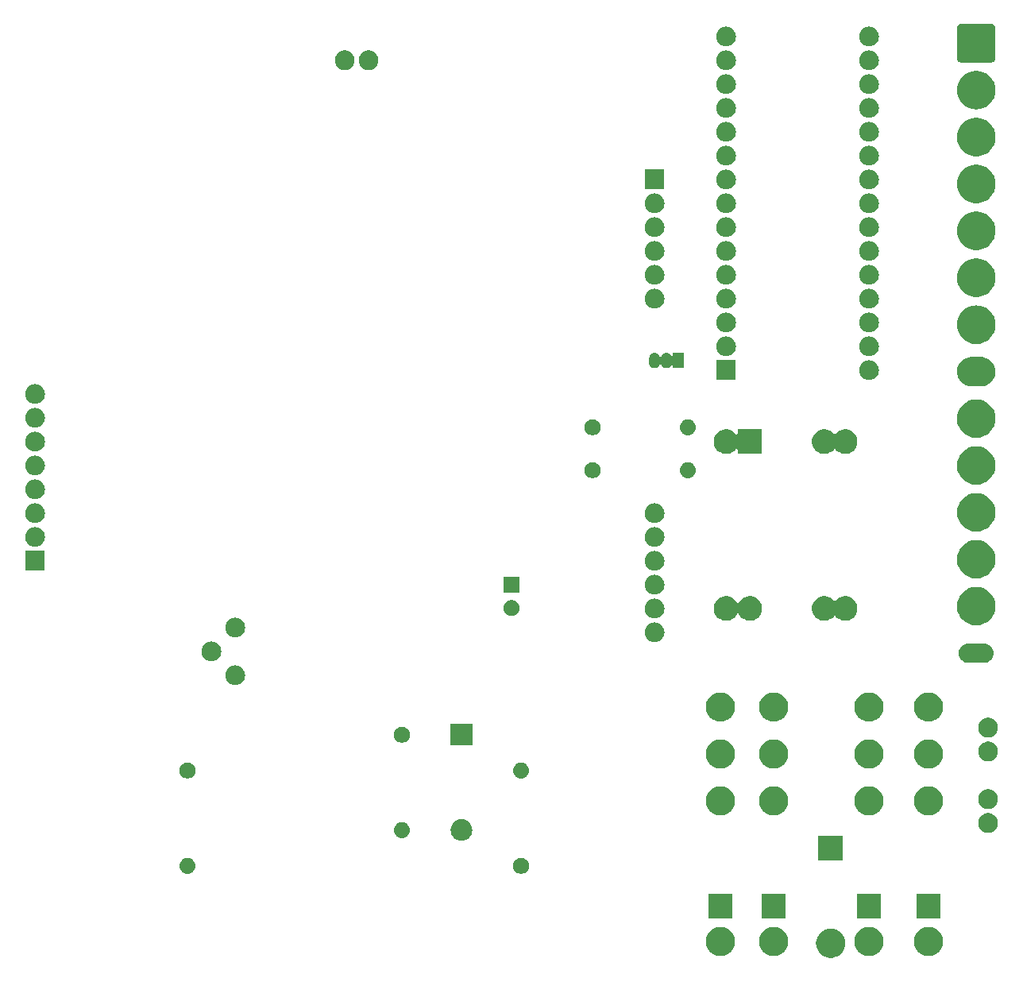
<source format=gbr>
G04 #@! TF.GenerationSoftware,KiCad,Pcbnew,(5.1.0-9-gc61ec8ee3)*
G04 #@! TF.CreationDate,2019-06-28T12:10:09+02:00*
G04 #@! TF.ProjectId,LCD_Back_Neo_Key_RxTx_emergency_stop,4c43445f-4261-4636-9b5f-4e656f5f4b65,rev?*
G04 #@! TF.SameCoordinates,Original*
G04 #@! TF.FileFunction,Soldermask,Bot*
G04 #@! TF.FilePolarity,Negative*
%FSLAX46Y46*%
G04 Gerber Fmt 4.6, Leading zero omitted, Abs format (unit mm)*
G04 Created by KiCad (PCBNEW (5.1.0-9-gc61ec8ee3)) date 2019-06-28 12:10:09*
%MOMM*%
%LPD*%
G04 APERTURE LIST*
%ADD10C,0.150000*%
G04 APERTURE END LIST*
D10*
G36*
X191652143Y-130666481D02*
G01*
X191804049Y-130681442D01*
X192096414Y-130770130D01*
X192096416Y-130770131D01*
X192365858Y-130914150D01*
X192602029Y-131107971D01*
X192795850Y-131344142D01*
X192915285Y-131567590D01*
X192939870Y-131613586D01*
X193028558Y-131905951D01*
X193058504Y-132210000D01*
X193028558Y-132514049D01*
X192955565Y-132754674D01*
X192939869Y-132806416D01*
X192795850Y-133075858D01*
X192602029Y-133312029D01*
X192365858Y-133505850D01*
X192096416Y-133649869D01*
X192096414Y-133649870D01*
X191804049Y-133738558D01*
X191652143Y-133753519D01*
X191576191Y-133761000D01*
X191423809Y-133761000D01*
X191347857Y-133753519D01*
X191195951Y-133738558D01*
X190903586Y-133649870D01*
X190903584Y-133649869D01*
X190634142Y-133505850D01*
X190397971Y-133312029D01*
X190204150Y-133075858D01*
X190060131Y-132806416D01*
X190044435Y-132754674D01*
X189971442Y-132514049D01*
X189941496Y-132210000D01*
X189971442Y-131905951D01*
X190060130Y-131613586D01*
X190084715Y-131567590D01*
X190204150Y-131344142D01*
X190397971Y-131107971D01*
X190634142Y-130914150D01*
X190903584Y-130770131D01*
X190903586Y-130770130D01*
X191195951Y-130681442D01*
X191347857Y-130666481D01*
X191423809Y-130659000D01*
X191576191Y-130659000D01*
X191652143Y-130666481D01*
X191652143Y-130666481D01*
G37*
G36*
X202232585Y-130498802D02*
G01*
X202382410Y-130528604D01*
X202664674Y-130645521D01*
X202918705Y-130815259D01*
X203134741Y-131031295D01*
X203304479Y-131285326D01*
X203421396Y-131567590D01*
X203481000Y-131867240D01*
X203481000Y-132172760D01*
X203421396Y-132472410D01*
X203304479Y-132754674D01*
X203134741Y-133008705D01*
X202918705Y-133224741D01*
X202664674Y-133394479D01*
X202382410Y-133511396D01*
X202232585Y-133541198D01*
X202082761Y-133571000D01*
X201777239Y-133571000D01*
X201627415Y-133541198D01*
X201477590Y-133511396D01*
X201195326Y-133394479D01*
X200941295Y-133224741D01*
X200725259Y-133008705D01*
X200555521Y-132754674D01*
X200438604Y-132472410D01*
X200379000Y-132172760D01*
X200379000Y-131867240D01*
X200438604Y-131567590D01*
X200555521Y-131285326D01*
X200725259Y-131031295D01*
X200941295Y-130815259D01*
X201195326Y-130645521D01*
X201477590Y-130528604D01*
X201627415Y-130498802D01*
X201777239Y-130469000D01*
X202082761Y-130469000D01*
X202232585Y-130498802D01*
X202232585Y-130498802D01*
G37*
G36*
X180052585Y-130498802D02*
G01*
X180202410Y-130528604D01*
X180484674Y-130645521D01*
X180738705Y-130815259D01*
X180954741Y-131031295D01*
X181124479Y-131285326D01*
X181241396Y-131567590D01*
X181301000Y-131867240D01*
X181301000Y-132172760D01*
X181241396Y-132472410D01*
X181124479Y-132754674D01*
X180954741Y-133008705D01*
X180738705Y-133224741D01*
X180484674Y-133394479D01*
X180202410Y-133511396D01*
X180052585Y-133541198D01*
X179902761Y-133571000D01*
X179597239Y-133571000D01*
X179447415Y-133541198D01*
X179297590Y-133511396D01*
X179015326Y-133394479D01*
X178761295Y-133224741D01*
X178545259Y-133008705D01*
X178375521Y-132754674D01*
X178258604Y-132472410D01*
X178199000Y-132172760D01*
X178199000Y-131867240D01*
X178258604Y-131567590D01*
X178375521Y-131285326D01*
X178545259Y-131031295D01*
X178761295Y-130815259D01*
X179015326Y-130645521D01*
X179297590Y-130528604D01*
X179447415Y-130498802D01*
X179597239Y-130469000D01*
X179902761Y-130469000D01*
X180052585Y-130498802D01*
X180052585Y-130498802D01*
G37*
G36*
X185722585Y-130498802D02*
G01*
X185872410Y-130528604D01*
X186154674Y-130645521D01*
X186408705Y-130815259D01*
X186624741Y-131031295D01*
X186794479Y-131285326D01*
X186911396Y-131567590D01*
X186971000Y-131867240D01*
X186971000Y-132172760D01*
X186911396Y-132472410D01*
X186794479Y-132754674D01*
X186624741Y-133008705D01*
X186408705Y-133224741D01*
X186154674Y-133394479D01*
X185872410Y-133511396D01*
X185722585Y-133541198D01*
X185572761Y-133571000D01*
X185267239Y-133571000D01*
X185117415Y-133541198D01*
X184967590Y-133511396D01*
X184685326Y-133394479D01*
X184431295Y-133224741D01*
X184215259Y-133008705D01*
X184045521Y-132754674D01*
X183928604Y-132472410D01*
X183869000Y-132172760D01*
X183869000Y-131867240D01*
X183928604Y-131567590D01*
X184045521Y-131285326D01*
X184215259Y-131031295D01*
X184431295Y-130815259D01*
X184685326Y-130645521D01*
X184967590Y-130528604D01*
X185117415Y-130498802D01*
X185267239Y-130469000D01*
X185572761Y-130469000D01*
X185722585Y-130498802D01*
X185722585Y-130498802D01*
G37*
G36*
X195882585Y-130498802D02*
G01*
X196032410Y-130528604D01*
X196314674Y-130645521D01*
X196568705Y-130815259D01*
X196784741Y-131031295D01*
X196954479Y-131285326D01*
X197071396Y-131567590D01*
X197131000Y-131867240D01*
X197131000Y-132172760D01*
X197071396Y-132472410D01*
X196954479Y-132754674D01*
X196784741Y-133008705D01*
X196568705Y-133224741D01*
X196314674Y-133394479D01*
X196032410Y-133511396D01*
X195882585Y-133541198D01*
X195732761Y-133571000D01*
X195427239Y-133571000D01*
X195277415Y-133541198D01*
X195127590Y-133511396D01*
X194845326Y-133394479D01*
X194591295Y-133224741D01*
X194375259Y-133008705D01*
X194205521Y-132754674D01*
X194088604Y-132472410D01*
X194029000Y-132172760D01*
X194029000Y-131867240D01*
X194088604Y-131567590D01*
X194205521Y-131285326D01*
X194375259Y-131031295D01*
X194591295Y-130815259D01*
X194845326Y-130645521D01*
X195127590Y-130528604D01*
X195277415Y-130498802D01*
X195427239Y-130469000D01*
X195732761Y-130469000D01*
X195882585Y-130498802D01*
X195882585Y-130498802D01*
G37*
G36*
X203231000Y-129571000D02*
G01*
X200629000Y-129571000D01*
X200629000Y-126969000D01*
X203231000Y-126969000D01*
X203231000Y-129571000D01*
X203231000Y-129571000D01*
G37*
G36*
X196881000Y-129571000D02*
G01*
X194279000Y-129571000D01*
X194279000Y-126969000D01*
X196881000Y-126969000D01*
X196881000Y-129571000D01*
X196881000Y-129571000D01*
G37*
G36*
X186721000Y-129571000D02*
G01*
X184119000Y-129571000D01*
X184119000Y-126969000D01*
X186721000Y-126969000D01*
X186721000Y-129571000D01*
X186721000Y-129571000D01*
G37*
G36*
X181051000Y-129571000D02*
G01*
X178449000Y-129571000D01*
X178449000Y-126969000D01*
X181051000Y-126969000D01*
X181051000Y-129571000D01*
X181051000Y-129571000D01*
G37*
G36*
X158744228Y-123133703D02*
G01*
X158899100Y-123197853D01*
X159038481Y-123290985D01*
X159157015Y-123409519D01*
X159250147Y-123548900D01*
X159314297Y-123703772D01*
X159347000Y-123868184D01*
X159347000Y-124035816D01*
X159314297Y-124200228D01*
X159250147Y-124355100D01*
X159157015Y-124494481D01*
X159038481Y-124613015D01*
X158899100Y-124706147D01*
X158744228Y-124770297D01*
X158579816Y-124803000D01*
X158412184Y-124803000D01*
X158247772Y-124770297D01*
X158092900Y-124706147D01*
X157953519Y-124613015D01*
X157834985Y-124494481D01*
X157741853Y-124355100D01*
X157677703Y-124200228D01*
X157645000Y-124035816D01*
X157645000Y-123868184D01*
X157677703Y-123703772D01*
X157741853Y-123548900D01*
X157834985Y-123409519D01*
X157953519Y-123290985D01*
X158092900Y-123197853D01*
X158247772Y-123133703D01*
X158412184Y-123101000D01*
X158579816Y-123101000D01*
X158744228Y-123133703D01*
X158744228Y-123133703D01*
G37*
G36*
X123102823Y-123113313D02*
G01*
X123263242Y-123161976D01*
X123330361Y-123197852D01*
X123411078Y-123240996D01*
X123540659Y-123347341D01*
X123647004Y-123476922D01*
X123647005Y-123476924D01*
X123726024Y-123624758D01*
X123774687Y-123785177D01*
X123791117Y-123952000D01*
X123774687Y-124118823D01*
X123726024Y-124279242D01*
X123685477Y-124355100D01*
X123647004Y-124427078D01*
X123540659Y-124556659D01*
X123411078Y-124663004D01*
X123411076Y-124663005D01*
X123263242Y-124742024D01*
X123102823Y-124790687D01*
X122977804Y-124803000D01*
X122894196Y-124803000D01*
X122769177Y-124790687D01*
X122608758Y-124742024D01*
X122460924Y-124663005D01*
X122460922Y-124663004D01*
X122331341Y-124556659D01*
X122224996Y-124427078D01*
X122186523Y-124355100D01*
X122145976Y-124279242D01*
X122097313Y-124118823D01*
X122080883Y-123952000D01*
X122097313Y-123785177D01*
X122145976Y-123624758D01*
X122224995Y-123476924D01*
X122224996Y-123476922D01*
X122331341Y-123347341D01*
X122460922Y-123240996D01*
X122541639Y-123197852D01*
X122608758Y-123161976D01*
X122769177Y-123113313D01*
X122894196Y-123101000D01*
X122977804Y-123101000D01*
X123102823Y-123113313D01*
X123102823Y-123113313D01*
G37*
G36*
X192801000Y-123351000D02*
G01*
X190199000Y-123351000D01*
X190199000Y-120749000D01*
X192801000Y-120749000D01*
X192801000Y-123351000D01*
X192801000Y-123351000D01*
G37*
G36*
X152315271Y-119002103D02*
G01*
X152371635Y-119007654D01*
X152588600Y-119073470D01*
X152588602Y-119073471D01*
X152788555Y-119180347D01*
X152963818Y-119324182D01*
X153107653Y-119499445D01*
X153197170Y-119666922D01*
X153214530Y-119699400D01*
X153280346Y-119916365D01*
X153302569Y-120142000D01*
X153280346Y-120367635D01*
X153249524Y-120469242D01*
X153214529Y-120584602D01*
X153107653Y-120784555D01*
X152963818Y-120959818D01*
X152788555Y-121103653D01*
X152588602Y-121210529D01*
X152588600Y-121210530D01*
X152371635Y-121276346D01*
X152315271Y-121281897D01*
X152202545Y-121293000D01*
X152089455Y-121293000D01*
X151976729Y-121281897D01*
X151920365Y-121276346D01*
X151703400Y-121210530D01*
X151703398Y-121210529D01*
X151503445Y-121103653D01*
X151328182Y-120959818D01*
X151184347Y-120784555D01*
X151077471Y-120584602D01*
X151042477Y-120469242D01*
X151011654Y-120367635D01*
X150989431Y-120142000D01*
X151011654Y-119916365D01*
X151077470Y-119699400D01*
X151094830Y-119666922D01*
X151184347Y-119499445D01*
X151328182Y-119324182D01*
X151503445Y-119180347D01*
X151703398Y-119073471D01*
X151703400Y-119073470D01*
X151920365Y-119007654D01*
X151976729Y-119002103D01*
X152089455Y-118991000D01*
X152202545Y-118991000D01*
X152315271Y-119002103D01*
X152315271Y-119002103D01*
G37*
G36*
X145962823Y-119303313D02*
G01*
X146123242Y-119351976D01*
X146255906Y-119422886D01*
X146271078Y-119430996D01*
X146400659Y-119537341D01*
X146507004Y-119666922D01*
X146507005Y-119666924D01*
X146586024Y-119814758D01*
X146634687Y-119975177D01*
X146651117Y-120142000D01*
X146634687Y-120308823D01*
X146586024Y-120469242D01*
X146524364Y-120584600D01*
X146507004Y-120617078D01*
X146400659Y-120746659D01*
X146271078Y-120853004D01*
X146271076Y-120853005D01*
X146123242Y-120932024D01*
X145962823Y-120980687D01*
X145837804Y-120993000D01*
X145754196Y-120993000D01*
X145629177Y-120980687D01*
X145468758Y-120932024D01*
X145320924Y-120853005D01*
X145320922Y-120853004D01*
X145191341Y-120746659D01*
X145084996Y-120617078D01*
X145067636Y-120584600D01*
X145005976Y-120469242D01*
X144957313Y-120308823D01*
X144940883Y-120142000D01*
X144957313Y-119975177D01*
X145005976Y-119814758D01*
X145084995Y-119666924D01*
X145084996Y-119666922D01*
X145191341Y-119537341D01*
X145320922Y-119430996D01*
X145336094Y-119422886D01*
X145468758Y-119351976D01*
X145629177Y-119303313D01*
X145754196Y-119291000D01*
X145837804Y-119291000D01*
X145962823Y-119303313D01*
X145962823Y-119303313D01*
G37*
G36*
X208586564Y-118369389D02*
G01*
X208777833Y-118448615D01*
X208777835Y-118448616D01*
X208871792Y-118511396D01*
X208949973Y-118563635D01*
X209096365Y-118710027D01*
X209211385Y-118882167D01*
X209290611Y-119073436D01*
X209331000Y-119276484D01*
X209331000Y-119483516D01*
X209290611Y-119686564D01*
X209285294Y-119699400D01*
X209211384Y-119877835D01*
X209096365Y-120049973D01*
X208949973Y-120196365D01*
X208777835Y-120311384D01*
X208777834Y-120311385D01*
X208777833Y-120311385D01*
X208586564Y-120390611D01*
X208383516Y-120431000D01*
X208176484Y-120431000D01*
X207973436Y-120390611D01*
X207782167Y-120311385D01*
X207782166Y-120311385D01*
X207782165Y-120311384D01*
X207610027Y-120196365D01*
X207463635Y-120049973D01*
X207348616Y-119877835D01*
X207274706Y-119699400D01*
X207269389Y-119686564D01*
X207229000Y-119483516D01*
X207229000Y-119276484D01*
X207269389Y-119073436D01*
X207348615Y-118882167D01*
X207463635Y-118710027D01*
X207610027Y-118563635D01*
X207688208Y-118511396D01*
X207782165Y-118448616D01*
X207782167Y-118448615D01*
X207973436Y-118369389D01*
X208176484Y-118329000D01*
X208383516Y-118329000D01*
X208586564Y-118369389D01*
X208586564Y-118369389D01*
G37*
G36*
X185722585Y-115498802D02*
G01*
X185872410Y-115528604D01*
X186154674Y-115645521D01*
X186408705Y-115815259D01*
X186624741Y-116031295D01*
X186794479Y-116285326D01*
X186911396Y-116567590D01*
X186971000Y-116867240D01*
X186971000Y-117172760D01*
X186911396Y-117472410D01*
X186794479Y-117754674D01*
X186624741Y-118008705D01*
X186408705Y-118224741D01*
X186154674Y-118394479D01*
X185872410Y-118511396D01*
X185722585Y-118541198D01*
X185572761Y-118571000D01*
X185267239Y-118571000D01*
X185117415Y-118541198D01*
X184967590Y-118511396D01*
X184685326Y-118394479D01*
X184431295Y-118224741D01*
X184215259Y-118008705D01*
X184045521Y-117754674D01*
X183928604Y-117472410D01*
X183869000Y-117172760D01*
X183869000Y-116867240D01*
X183928604Y-116567590D01*
X184045521Y-116285326D01*
X184215259Y-116031295D01*
X184431295Y-115815259D01*
X184685326Y-115645521D01*
X184967590Y-115528604D01*
X185117415Y-115498802D01*
X185267239Y-115469000D01*
X185572761Y-115469000D01*
X185722585Y-115498802D01*
X185722585Y-115498802D01*
G37*
G36*
X202232585Y-115498802D02*
G01*
X202382410Y-115528604D01*
X202664674Y-115645521D01*
X202918705Y-115815259D01*
X203134741Y-116031295D01*
X203304479Y-116285326D01*
X203421396Y-116567590D01*
X203481000Y-116867240D01*
X203481000Y-117172760D01*
X203421396Y-117472410D01*
X203304479Y-117754674D01*
X203134741Y-118008705D01*
X202918705Y-118224741D01*
X202664674Y-118394479D01*
X202382410Y-118511396D01*
X202232585Y-118541198D01*
X202082761Y-118571000D01*
X201777239Y-118571000D01*
X201627415Y-118541198D01*
X201477590Y-118511396D01*
X201195326Y-118394479D01*
X200941295Y-118224741D01*
X200725259Y-118008705D01*
X200555521Y-117754674D01*
X200438604Y-117472410D01*
X200379000Y-117172760D01*
X200379000Y-116867240D01*
X200438604Y-116567590D01*
X200555521Y-116285326D01*
X200725259Y-116031295D01*
X200941295Y-115815259D01*
X201195326Y-115645521D01*
X201477590Y-115528604D01*
X201627415Y-115498802D01*
X201777239Y-115469000D01*
X202082761Y-115469000D01*
X202232585Y-115498802D01*
X202232585Y-115498802D01*
G37*
G36*
X180052585Y-115498802D02*
G01*
X180202410Y-115528604D01*
X180484674Y-115645521D01*
X180738705Y-115815259D01*
X180954741Y-116031295D01*
X181124479Y-116285326D01*
X181241396Y-116567590D01*
X181301000Y-116867240D01*
X181301000Y-117172760D01*
X181241396Y-117472410D01*
X181124479Y-117754674D01*
X180954741Y-118008705D01*
X180738705Y-118224741D01*
X180484674Y-118394479D01*
X180202410Y-118511396D01*
X180052585Y-118541198D01*
X179902761Y-118571000D01*
X179597239Y-118571000D01*
X179447415Y-118541198D01*
X179297590Y-118511396D01*
X179015326Y-118394479D01*
X178761295Y-118224741D01*
X178545259Y-118008705D01*
X178375521Y-117754674D01*
X178258604Y-117472410D01*
X178199000Y-117172760D01*
X178199000Y-116867240D01*
X178258604Y-116567590D01*
X178375521Y-116285326D01*
X178545259Y-116031295D01*
X178761295Y-115815259D01*
X179015326Y-115645521D01*
X179297590Y-115528604D01*
X179447415Y-115498802D01*
X179597239Y-115469000D01*
X179902761Y-115469000D01*
X180052585Y-115498802D01*
X180052585Y-115498802D01*
G37*
G36*
X195882585Y-115498802D02*
G01*
X196032410Y-115528604D01*
X196314674Y-115645521D01*
X196568705Y-115815259D01*
X196784741Y-116031295D01*
X196954479Y-116285326D01*
X197071396Y-116567590D01*
X197131000Y-116867240D01*
X197131000Y-117172760D01*
X197071396Y-117472410D01*
X196954479Y-117754674D01*
X196784741Y-118008705D01*
X196568705Y-118224741D01*
X196314674Y-118394479D01*
X196032410Y-118511396D01*
X195882585Y-118541198D01*
X195732761Y-118571000D01*
X195427239Y-118571000D01*
X195277415Y-118541198D01*
X195127590Y-118511396D01*
X194845326Y-118394479D01*
X194591295Y-118224741D01*
X194375259Y-118008705D01*
X194205521Y-117754674D01*
X194088604Y-117472410D01*
X194029000Y-117172760D01*
X194029000Y-116867240D01*
X194088604Y-116567590D01*
X194205521Y-116285326D01*
X194375259Y-116031295D01*
X194591295Y-115815259D01*
X194845326Y-115645521D01*
X195127590Y-115528604D01*
X195277415Y-115498802D01*
X195427239Y-115469000D01*
X195732761Y-115469000D01*
X195882585Y-115498802D01*
X195882585Y-115498802D01*
G37*
G36*
X208586564Y-115829389D02*
G01*
X208777833Y-115908615D01*
X208777835Y-115908616D01*
X208949973Y-116023635D01*
X209096365Y-116170027D01*
X209173407Y-116285328D01*
X209211385Y-116342167D01*
X209290611Y-116533436D01*
X209331000Y-116736484D01*
X209331000Y-116943516D01*
X209290611Y-117146564D01*
X209211385Y-117337833D01*
X209211384Y-117337835D01*
X209096365Y-117509973D01*
X208949973Y-117656365D01*
X208777835Y-117771384D01*
X208777834Y-117771385D01*
X208777833Y-117771385D01*
X208586564Y-117850611D01*
X208383516Y-117891000D01*
X208176484Y-117891000D01*
X207973436Y-117850611D01*
X207782167Y-117771385D01*
X207782166Y-117771385D01*
X207782165Y-117771384D01*
X207610027Y-117656365D01*
X207463635Y-117509973D01*
X207348616Y-117337835D01*
X207348615Y-117337833D01*
X207269389Y-117146564D01*
X207229000Y-116943516D01*
X207229000Y-116736484D01*
X207269389Y-116533436D01*
X207348615Y-116342167D01*
X207386594Y-116285328D01*
X207463635Y-116170027D01*
X207610027Y-116023635D01*
X207782165Y-115908616D01*
X207782167Y-115908615D01*
X207973436Y-115829389D01*
X208176484Y-115789000D01*
X208383516Y-115789000D01*
X208586564Y-115829389D01*
X208586564Y-115829389D01*
G37*
G36*
X123184228Y-112973703D02*
G01*
X123339100Y-113037853D01*
X123478481Y-113130985D01*
X123597015Y-113249519D01*
X123690147Y-113388900D01*
X123754297Y-113543772D01*
X123787000Y-113708184D01*
X123787000Y-113875816D01*
X123754297Y-114040228D01*
X123690147Y-114195100D01*
X123597015Y-114334481D01*
X123478481Y-114453015D01*
X123339100Y-114546147D01*
X123184228Y-114610297D01*
X123019816Y-114643000D01*
X122852184Y-114643000D01*
X122687772Y-114610297D01*
X122532900Y-114546147D01*
X122393519Y-114453015D01*
X122274985Y-114334481D01*
X122181853Y-114195100D01*
X122117703Y-114040228D01*
X122085000Y-113875816D01*
X122085000Y-113708184D01*
X122117703Y-113543772D01*
X122181853Y-113388900D01*
X122274985Y-113249519D01*
X122393519Y-113130985D01*
X122532900Y-113037853D01*
X122687772Y-112973703D01*
X122852184Y-112941000D01*
X123019816Y-112941000D01*
X123184228Y-112973703D01*
X123184228Y-112973703D01*
G37*
G36*
X158662823Y-112953313D02*
G01*
X158823242Y-113001976D01*
X158890361Y-113037852D01*
X158971078Y-113080996D01*
X159100659Y-113187341D01*
X159207004Y-113316922D01*
X159207005Y-113316924D01*
X159286024Y-113464758D01*
X159334687Y-113625177D01*
X159351117Y-113792000D01*
X159334687Y-113958823D01*
X159286024Y-114119242D01*
X159245477Y-114195100D01*
X159207004Y-114267078D01*
X159100659Y-114396659D01*
X158971078Y-114503004D01*
X158971076Y-114503005D01*
X158823242Y-114582024D01*
X158662823Y-114630687D01*
X158537804Y-114643000D01*
X158454196Y-114643000D01*
X158329177Y-114630687D01*
X158168758Y-114582024D01*
X158020924Y-114503005D01*
X158020922Y-114503004D01*
X157891341Y-114396659D01*
X157784996Y-114267078D01*
X157746523Y-114195100D01*
X157705976Y-114119242D01*
X157657313Y-113958823D01*
X157640883Y-113792000D01*
X157657313Y-113625177D01*
X157705976Y-113464758D01*
X157784995Y-113316924D01*
X157784996Y-113316922D01*
X157891341Y-113187341D01*
X158020922Y-113080996D01*
X158101639Y-113037852D01*
X158168758Y-113001976D01*
X158329177Y-112953313D01*
X158454196Y-112941000D01*
X158537804Y-112941000D01*
X158662823Y-112953313D01*
X158662823Y-112953313D01*
G37*
G36*
X180052585Y-110498802D02*
G01*
X180202410Y-110528604D01*
X180484674Y-110645521D01*
X180738705Y-110815259D01*
X180954741Y-111031295D01*
X181124479Y-111285326D01*
X181241396Y-111567590D01*
X181301000Y-111867240D01*
X181301000Y-112172760D01*
X181241396Y-112472410D01*
X181124479Y-112754674D01*
X180954741Y-113008705D01*
X180738705Y-113224741D01*
X180484674Y-113394479D01*
X180202410Y-113511396D01*
X180052585Y-113541198D01*
X179902761Y-113571000D01*
X179597239Y-113571000D01*
X179447415Y-113541198D01*
X179297590Y-113511396D01*
X179015326Y-113394479D01*
X178761295Y-113224741D01*
X178545259Y-113008705D01*
X178375521Y-112754674D01*
X178258604Y-112472410D01*
X178199000Y-112172760D01*
X178199000Y-111867240D01*
X178258604Y-111567590D01*
X178375521Y-111285326D01*
X178545259Y-111031295D01*
X178761295Y-110815259D01*
X179015326Y-110645521D01*
X179297590Y-110528604D01*
X179447415Y-110498802D01*
X179597239Y-110469000D01*
X179902761Y-110469000D01*
X180052585Y-110498802D01*
X180052585Y-110498802D01*
G37*
G36*
X202232585Y-110498802D02*
G01*
X202382410Y-110528604D01*
X202664674Y-110645521D01*
X202918705Y-110815259D01*
X203134741Y-111031295D01*
X203304479Y-111285326D01*
X203421396Y-111567590D01*
X203481000Y-111867240D01*
X203481000Y-112172760D01*
X203421396Y-112472410D01*
X203304479Y-112754674D01*
X203134741Y-113008705D01*
X202918705Y-113224741D01*
X202664674Y-113394479D01*
X202382410Y-113511396D01*
X202232585Y-113541198D01*
X202082761Y-113571000D01*
X201777239Y-113571000D01*
X201627415Y-113541198D01*
X201477590Y-113511396D01*
X201195326Y-113394479D01*
X200941295Y-113224741D01*
X200725259Y-113008705D01*
X200555521Y-112754674D01*
X200438604Y-112472410D01*
X200379000Y-112172760D01*
X200379000Y-111867240D01*
X200438604Y-111567590D01*
X200555521Y-111285326D01*
X200725259Y-111031295D01*
X200941295Y-110815259D01*
X201195326Y-110645521D01*
X201477590Y-110528604D01*
X201627415Y-110498802D01*
X201777239Y-110469000D01*
X202082761Y-110469000D01*
X202232585Y-110498802D01*
X202232585Y-110498802D01*
G37*
G36*
X185722585Y-110498802D02*
G01*
X185872410Y-110528604D01*
X186154674Y-110645521D01*
X186408705Y-110815259D01*
X186624741Y-111031295D01*
X186794479Y-111285326D01*
X186911396Y-111567590D01*
X186971000Y-111867240D01*
X186971000Y-112172760D01*
X186911396Y-112472410D01*
X186794479Y-112754674D01*
X186624741Y-113008705D01*
X186408705Y-113224741D01*
X186154674Y-113394479D01*
X185872410Y-113511396D01*
X185722585Y-113541198D01*
X185572761Y-113571000D01*
X185267239Y-113571000D01*
X185117415Y-113541198D01*
X184967590Y-113511396D01*
X184685326Y-113394479D01*
X184431295Y-113224741D01*
X184215259Y-113008705D01*
X184045521Y-112754674D01*
X183928604Y-112472410D01*
X183869000Y-112172760D01*
X183869000Y-111867240D01*
X183928604Y-111567590D01*
X184045521Y-111285326D01*
X184215259Y-111031295D01*
X184431295Y-110815259D01*
X184685326Y-110645521D01*
X184967590Y-110528604D01*
X185117415Y-110498802D01*
X185267239Y-110469000D01*
X185572761Y-110469000D01*
X185722585Y-110498802D01*
X185722585Y-110498802D01*
G37*
G36*
X195882585Y-110498802D02*
G01*
X196032410Y-110528604D01*
X196314674Y-110645521D01*
X196568705Y-110815259D01*
X196784741Y-111031295D01*
X196954479Y-111285326D01*
X197071396Y-111567590D01*
X197131000Y-111867240D01*
X197131000Y-112172760D01*
X197071396Y-112472410D01*
X196954479Y-112754674D01*
X196784741Y-113008705D01*
X196568705Y-113224741D01*
X196314674Y-113394479D01*
X196032410Y-113511396D01*
X195882585Y-113541198D01*
X195732761Y-113571000D01*
X195427239Y-113571000D01*
X195277415Y-113541198D01*
X195127590Y-113511396D01*
X194845326Y-113394479D01*
X194591295Y-113224741D01*
X194375259Y-113008705D01*
X194205521Y-112754674D01*
X194088604Y-112472410D01*
X194029000Y-112172760D01*
X194029000Y-111867240D01*
X194088604Y-111567590D01*
X194205521Y-111285326D01*
X194375259Y-111031295D01*
X194591295Y-110815259D01*
X194845326Y-110645521D01*
X195127590Y-110528604D01*
X195277415Y-110498802D01*
X195427239Y-110469000D01*
X195732761Y-110469000D01*
X195882585Y-110498802D01*
X195882585Y-110498802D01*
G37*
G36*
X208586564Y-110749389D02*
G01*
X208745591Y-110815260D01*
X208777835Y-110828616D01*
X208784396Y-110833000D01*
X208949973Y-110943635D01*
X209096365Y-111090027D01*
X209211385Y-111262167D01*
X209290611Y-111453436D01*
X209331000Y-111656484D01*
X209331000Y-111863516D01*
X209290611Y-112066564D01*
X209246623Y-112172760D01*
X209211384Y-112257835D01*
X209096365Y-112429973D01*
X208949973Y-112576365D01*
X208777835Y-112691384D01*
X208777834Y-112691385D01*
X208777833Y-112691385D01*
X208586564Y-112770611D01*
X208383516Y-112811000D01*
X208176484Y-112811000D01*
X207973436Y-112770611D01*
X207782167Y-112691385D01*
X207782166Y-112691385D01*
X207782165Y-112691384D01*
X207610027Y-112576365D01*
X207463635Y-112429973D01*
X207348616Y-112257835D01*
X207313377Y-112172760D01*
X207269389Y-112066564D01*
X207229000Y-111863516D01*
X207229000Y-111656484D01*
X207269389Y-111453436D01*
X207348615Y-111262167D01*
X207463635Y-111090027D01*
X207610027Y-110943635D01*
X207775604Y-110833000D01*
X207782165Y-110828616D01*
X207814409Y-110815260D01*
X207973436Y-110749389D01*
X208176484Y-110709000D01*
X208383516Y-110709000D01*
X208586564Y-110749389D01*
X208586564Y-110749389D01*
G37*
G36*
X153297000Y-111133000D02*
G01*
X150995000Y-111133000D01*
X150995000Y-108831000D01*
X153297000Y-108831000D01*
X153297000Y-111133000D01*
X153297000Y-111133000D01*
G37*
G36*
X146044228Y-109163703D02*
G01*
X146199100Y-109227853D01*
X146338481Y-109320985D01*
X146457015Y-109439519D01*
X146550147Y-109578900D01*
X146614297Y-109733772D01*
X146647000Y-109898184D01*
X146647000Y-110065816D01*
X146614297Y-110230228D01*
X146550147Y-110385100D01*
X146457015Y-110524481D01*
X146338481Y-110643015D01*
X146199100Y-110736147D01*
X146044228Y-110800297D01*
X145879816Y-110833000D01*
X145712184Y-110833000D01*
X145547772Y-110800297D01*
X145392900Y-110736147D01*
X145253519Y-110643015D01*
X145134985Y-110524481D01*
X145041853Y-110385100D01*
X144977703Y-110230228D01*
X144945000Y-110065816D01*
X144945000Y-109898184D01*
X144977703Y-109733772D01*
X145041853Y-109578900D01*
X145134985Y-109439519D01*
X145253519Y-109320985D01*
X145392900Y-109227853D01*
X145547772Y-109163703D01*
X145712184Y-109131000D01*
X145879816Y-109131000D01*
X146044228Y-109163703D01*
X146044228Y-109163703D01*
G37*
G36*
X208586564Y-108209389D02*
G01*
X208777833Y-108288615D01*
X208777835Y-108288616D01*
X208936270Y-108394479D01*
X208949973Y-108403635D01*
X209096365Y-108550027D01*
X209211385Y-108722167D01*
X209290611Y-108913436D01*
X209331000Y-109116484D01*
X209331000Y-109323516D01*
X209290611Y-109526564D01*
X209211385Y-109717833D01*
X209211384Y-109717835D01*
X209096365Y-109889973D01*
X208949973Y-110036365D01*
X208777835Y-110151384D01*
X208777834Y-110151385D01*
X208777833Y-110151385D01*
X208586564Y-110230611D01*
X208383516Y-110271000D01*
X208176484Y-110271000D01*
X207973436Y-110230611D01*
X207782167Y-110151385D01*
X207782166Y-110151385D01*
X207782165Y-110151384D01*
X207610027Y-110036365D01*
X207463635Y-109889973D01*
X207348616Y-109717835D01*
X207348615Y-109717833D01*
X207269389Y-109526564D01*
X207229000Y-109323516D01*
X207229000Y-109116484D01*
X207269389Y-108913436D01*
X207348615Y-108722167D01*
X207463635Y-108550027D01*
X207610027Y-108403635D01*
X207623730Y-108394479D01*
X207782165Y-108288616D01*
X207782167Y-108288615D01*
X207973436Y-108209389D01*
X208176484Y-108169000D01*
X208383516Y-108169000D01*
X208586564Y-108209389D01*
X208586564Y-108209389D01*
G37*
G36*
X202232585Y-105498802D02*
G01*
X202382410Y-105528604D01*
X202664674Y-105645521D01*
X202918705Y-105815259D01*
X203134741Y-106031295D01*
X203304479Y-106285326D01*
X203421396Y-106567590D01*
X203481000Y-106867240D01*
X203481000Y-107172760D01*
X203421396Y-107472410D01*
X203304479Y-107754674D01*
X203134741Y-108008705D01*
X202918705Y-108224741D01*
X202664674Y-108394479D01*
X202382410Y-108511396D01*
X202232585Y-108541198D01*
X202082761Y-108571000D01*
X201777239Y-108571000D01*
X201627415Y-108541198D01*
X201477590Y-108511396D01*
X201195326Y-108394479D01*
X200941295Y-108224741D01*
X200725259Y-108008705D01*
X200555521Y-107754674D01*
X200438604Y-107472410D01*
X200379000Y-107172760D01*
X200379000Y-106867240D01*
X200438604Y-106567590D01*
X200555521Y-106285326D01*
X200725259Y-106031295D01*
X200941295Y-105815259D01*
X201195326Y-105645521D01*
X201477590Y-105528604D01*
X201627415Y-105498802D01*
X201777239Y-105469000D01*
X202082761Y-105469000D01*
X202232585Y-105498802D01*
X202232585Y-105498802D01*
G37*
G36*
X180052585Y-105498802D02*
G01*
X180202410Y-105528604D01*
X180484674Y-105645521D01*
X180738705Y-105815259D01*
X180954741Y-106031295D01*
X181124479Y-106285326D01*
X181241396Y-106567590D01*
X181301000Y-106867240D01*
X181301000Y-107172760D01*
X181241396Y-107472410D01*
X181124479Y-107754674D01*
X180954741Y-108008705D01*
X180738705Y-108224741D01*
X180484674Y-108394479D01*
X180202410Y-108511396D01*
X180052585Y-108541198D01*
X179902761Y-108571000D01*
X179597239Y-108571000D01*
X179447415Y-108541198D01*
X179297590Y-108511396D01*
X179015326Y-108394479D01*
X178761295Y-108224741D01*
X178545259Y-108008705D01*
X178375521Y-107754674D01*
X178258604Y-107472410D01*
X178199000Y-107172760D01*
X178199000Y-106867240D01*
X178258604Y-106567590D01*
X178375521Y-106285326D01*
X178545259Y-106031295D01*
X178761295Y-105815259D01*
X179015326Y-105645521D01*
X179297590Y-105528604D01*
X179447415Y-105498802D01*
X179597239Y-105469000D01*
X179902761Y-105469000D01*
X180052585Y-105498802D01*
X180052585Y-105498802D01*
G37*
G36*
X185722585Y-105498802D02*
G01*
X185872410Y-105528604D01*
X186154674Y-105645521D01*
X186408705Y-105815259D01*
X186624741Y-106031295D01*
X186794479Y-106285326D01*
X186911396Y-106567590D01*
X186971000Y-106867240D01*
X186971000Y-107172760D01*
X186911396Y-107472410D01*
X186794479Y-107754674D01*
X186624741Y-108008705D01*
X186408705Y-108224741D01*
X186154674Y-108394479D01*
X185872410Y-108511396D01*
X185722585Y-108541198D01*
X185572761Y-108571000D01*
X185267239Y-108571000D01*
X185117415Y-108541198D01*
X184967590Y-108511396D01*
X184685326Y-108394479D01*
X184431295Y-108224741D01*
X184215259Y-108008705D01*
X184045521Y-107754674D01*
X183928604Y-107472410D01*
X183869000Y-107172760D01*
X183869000Y-106867240D01*
X183928604Y-106567590D01*
X184045521Y-106285326D01*
X184215259Y-106031295D01*
X184431295Y-105815259D01*
X184685326Y-105645521D01*
X184967590Y-105528604D01*
X185117415Y-105498802D01*
X185267239Y-105469000D01*
X185572761Y-105469000D01*
X185722585Y-105498802D01*
X185722585Y-105498802D01*
G37*
G36*
X195882585Y-105498802D02*
G01*
X196032410Y-105528604D01*
X196314674Y-105645521D01*
X196568705Y-105815259D01*
X196784741Y-106031295D01*
X196954479Y-106285326D01*
X197071396Y-106567590D01*
X197131000Y-106867240D01*
X197131000Y-107172760D01*
X197071396Y-107472410D01*
X196954479Y-107754674D01*
X196784741Y-108008705D01*
X196568705Y-108224741D01*
X196314674Y-108394479D01*
X196032410Y-108511396D01*
X195882585Y-108541198D01*
X195732761Y-108571000D01*
X195427239Y-108571000D01*
X195277415Y-108541198D01*
X195127590Y-108511396D01*
X194845326Y-108394479D01*
X194591295Y-108224741D01*
X194375259Y-108008705D01*
X194205521Y-107754674D01*
X194088604Y-107472410D01*
X194029000Y-107172760D01*
X194029000Y-106867240D01*
X194088604Y-106567590D01*
X194205521Y-106285326D01*
X194375259Y-106031295D01*
X194591295Y-105815259D01*
X194845326Y-105645521D01*
X195127590Y-105528604D01*
X195277415Y-105498802D01*
X195427239Y-105469000D01*
X195732761Y-105469000D01*
X195882585Y-105498802D01*
X195882585Y-105498802D01*
G37*
G36*
X128119097Y-102586069D02*
G01*
X128222032Y-102596207D01*
X128420146Y-102656305D01*
X128420149Y-102656306D01*
X128516975Y-102708061D01*
X128602729Y-102753897D01*
X128762765Y-102885235D01*
X128894103Y-103045271D01*
X128939939Y-103131025D01*
X128991694Y-103227851D01*
X128991695Y-103227854D01*
X129051793Y-103425968D01*
X129072085Y-103632000D01*
X129051793Y-103838032D01*
X128991695Y-104036146D01*
X128991694Y-104036149D01*
X128939939Y-104132975D01*
X128894103Y-104218729D01*
X128762765Y-104378765D01*
X128602729Y-104510103D01*
X128516975Y-104555939D01*
X128420149Y-104607694D01*
X128420146Y-104607695D01*
X128222032Y-104667793D01*
X128119097Y-104677931D01*
X128067631Y-104683000D01*
X127964369Y-104683000D01*
X127912903Y-104677931D01*
X127809968Y-104667793D01*
X127611854Y-104607695D01*
X127611851Y-104607694D01*
X127515025Y-104555939D01*
X127429271Y-104510103D01*
X127269235Y-104378765D01*
X127137897Y-104218729D01*
X127092061Y-104132975D01*
X127040306Y-104036149D01*
X127040305Y-104036146D01*
X126980207Y-103838032D01*
X126959915Y-103632000D01*
X126980207Y-103425968D01*
X127040305Y-103227854D01*
X127040306Y-103227851D01*
X127092061Y-103131025D01*
X127137897Y-103045271D01*
X127269235Y-102885235D01*
X127429271Y-102753897D01*
X127515025Y-102708061D01*
X127611851Y-102656306D01*
X127611854Y-102656305D01*
X127809968Y-102596207D01*
X127912903Y-102586069D01*
X127964369Y-102581000D01*
X128067631Y-102581000D01*
X128119097Y-102586069D01*
X128119097Y-102586069D01*
G37*
G36*
X207913097Y-100234069D02*
G01*
X208016032Y-100244207D01*
X208214146Y-100304305D01*
X208214149Y-100304306D01*
X208290721Y-100345235D01*
X208396729Y-100401897D01*
X208556765Y-100533235D01*
X208688103Y-100693271D01*
X208733939Y-100779025D01*
X208785694Y-100875851D01*
X208785695Y-100875854D01*
X208845793Y-101073968D01*
X208866085Y-101280000D01*
X208845793Y-101486032D01*
X208787338Y-101678729D01*
X208785694Y-101684149D01*
X208733939Y-101780975D01*
X208688103Y-101866729D01*
X208556765Y-102026765D01*
X208396729Y-102158103D01*
X208310975Y-102203939D01*
X208214149Y-102255694D01*
X208214146Y-102255695D01*
X208016032Y-102315793D01*
X207913097Y-102325931D01*
X207861631Y-102331000D01*
X206158369Y-102331000D01*
X206106903Y-102325931D01*
X206003968Y-102315793D01*
X205805854Y-102255695D01*
X205805851Y-102255694D01*
X205709025Y-102203939D01*
X205623271Y-102158103D01*
X205463235Y-102026765D01*
X205331897Y-101866729D01*
X205286061Y-101780975D01*
X205234306Y-101684149D01*
X205232662Y-101678729D01*
X205174207Y-101486032D01*
X205153915Y-101280000D01*
X205174207Y-101073968D01*
X205234305Y-100875854D01*
X205234306Y-100875851D01*
X205286061Y-100779025D01*
X205331897Y-100693271D01*
X205463235Y-100533235D01*
X205623271Y-100401897D01*
X205729279Y-100345235D01*
X205805851Y-100304306D01*
X205805854Y-100304305D01*
X206003968Y-100244207D01*
X206106903Y-100234069D01*
X206158369Y-100229000D01*
X207861631Y-100229000D01*
X207913097Y-100234069D01*
X207913097Y-100234069D01*
G37*
G36*
X125579097Y-100046069D02*
G01*
X125682032Y-100056207D01*
X125862658Y-100111000D01*
X125880149Y-100116306D01*
X125976975Y-100168061D01*
X126062729Y-100213897D01*
X126222765Y-100345235D01*
X126354103Y-100505271D01*
X126369050Y-100533235D01*
X126451694Y-100687851D01*
X126451695Y-100687854D01*
X126511793Y-100885968D01*
X126532085Y-101092000D01*
X126511793Y-101298032D01*
X126454764Y-101486030D01*
X126451694Y-101496149D01*
X126399939Y-101592975D01*
X126354103Y-101678729D01*
X126222765Y-101838765D01*
X126062729Y-101970103D01*
X125976975Y-102015939D01*
X125880149Y-102067694D01*
X125880146Y-102067695D01*
X125682032Y-102127793D01*
X125579097Y-102137931D01*
X125527631Y-102143000D01*
X125424369Y-102143000D01*
X125372903Y-102137931D01*
X125269968Y-102127793D01*
X125071854Y-102067695D01*
X125071851Y-102067694D01*
X124975025Y-102015939D01*
X124889271Y-101970103D01*
X124729235Y-101838765D01*
X124597897Y-101678729D01*
X124552061Y-101592975D01*
X124500306Y-101496149D01*
X124497236Y-101486030D01*
X124440207Y-101298032D01*
X124419915Y-101092000D01*
X124440207Y-100885968D01*
X124500305Y-100687854D01*
X124500306Y-100687851D01*
X124582950Y-100533235D01*
X124597897Y-100505271D01*
X124729235Y-100345235D01*
X124889271Y-100213897D01*
X124975025Y-100168061D01*
X125071851Y-100116306D01*
X125089342Y-100111000D01*
X125269968Y-100056207D01*
X125372903Y-100046069D01*
X125424369Y-100041000D01*
X125527631Y-100041000D01*
X125579097Y-100046069D01*
X125579097Y-100046069D01*
G37*
G36*
X172823097Y-98014069D02*
G01*
X172926032Y-98024207D01*
X173124146Y-98084305D01*
X173124149Y-98084306D01*
X173220975Y-98136061D01*
X173306729Y-98181897D01*
X173466765Y-98313235D01*
X173598103Y-98473271D01*
X173640184Y-98552000D01*
X173695694Y-98655851D01*
X173695695Y-98655854D01*
X173755793Y-98853968D01*
X173776085Y-99060000D01*
X173755793Y-99266032D01*
X173745863Y-99298765D01*
X173695694Y-99464149D01*
X173661728Y-99527694D01*
X173598103Y-99646729D01*
X173466765Y-99806765D01*
X173306729Y-99938103D01*
X173220975Y-99983939D01*
X173124149Y-100035694D01*
X173124146Y-100035695D01*
X172926032Y-100095793D01*
X172823097Y-100105931D01*
X172771631Y-100111000D01*
X172668369Y-100111000D01*
X172616903Y-100105931D01*
X172513968Y-100095793D01*
X172315854Y-100035695D01*
X172315851Y-100035694D01*
X172219025Y-99983939D01*
X172133271Y-99938103D01*
X171973235Y-99806765D01*
X171841897Y-99646729D01*
X171778272Y-99527694D01*
X171744306Y-99464149D01*
X171694137Y-99298765D01*
X171684207Y-99266032D01*
X171663915Y-99060000D01*
X171684207Y-98853968D01*
X171744305Y-98655854D01*
X171744306Y-98655851D01*
X171799816Y-98552000D01*
X171841897Y-98473271D01*
X171973235Y-98313235D01*
X172133271Y-98181897D01*
X172219025Y-98136061D01*
X172315851Y-98084306D01*
X172315854Y-98084305D01*
X172513968Y-98024207D01*
X172616903Y-98014069D01*
X172668369Y-98009000D01*
X172771631Y-98009000D01*
X172823097Y-98014069D01*
X172823097Y-98014069D01*
G37*
G36*
X128119097Y-97506069D02*
G01*
X128222032Y-97516207D01*
X128402658Y-97571000D01*
X128420149Y-97576306D01*
X128516975Y-97628061D01*
X128602729Y-97673897D01*
X128762765Y-97805235D01*
X128894103Y-97965271D01*
X128909242Y-97993595D01*
X128991694Y-98147851D01*
X128991695Y-98147854D01*
X129051793Y-98345968D01*
X129072085Y-98552000D01*
X129051793Y-98758032D01*
X129022690Y-98853970D01*
X128991694Y-98956149D01*
X128939939Y-99052975D01*
X128894103Y-99138729D01*
X128762765Y-99298765D01*
X128602729Y-99430103D01*
X128539033Y-99464149D01*
X128420149Y-99527694D01*
X128420146Y-99527695D01*
X128222032Y-99587793D01*
X128119097Y-99597931D01*
X128067631Y-99603000D01*
X127964369Y-99603000D01*
X127912903Y-99597931D01*
X127809968Y-99587793D01*
X127611854Y-99527695D01*
X127611851Y-99527694D01*
X127492967Y-99464149D01*
X127429271Y-99430103D01*
X127269235Y-99298765D01*
X127137897Y-99138729D01*
X127092061Y-99052975D01*
X127040306Y-98956149D01*
X127009310Y-98853970D01*
X126980207Y-98758032D01*
X126959915Y-98552000D01*
X126980207Y-98345968D01*
X127040305Y-98147854D01*
X127040306Y-98147851D01*
X127122758Y-97993595D01*
X127137897Y-97965271D01*
X127269235Y-97805235D01*
X127429271Y-97673897D01*
X127515025Y-97628061D01*
X127611851Y-97576306D01*
X127629342Y-97571000D01*
X127809968Y-97516207D01*
X127912903Y-97506069D01*
X127964369Y-97501000D01*
X128067631Y-97501000D01*
X128119097Y-97506069D01*
X128119097Y-97506069D01*
G37*
G36*
X207211189Y-94238892D02*
G01*
X207412066Y-94258677D01*
X207798681Y-94375955D01*
X207798684Y-94375956D01*
X208154983Y-94566402D01*
X208154986Y-94566404D01*
X208154987Y-94566405D01*
X208467293Y-94822707D01*
X208723595Y-95135013D01*
X208723598Y-95135017D01*
X208914044Y-95491316D01*
X208914045Y-95491319D01*
X209031323Y-95877934D01*
X209070923Y-96280000D01*
X209031323Y-96682066D01*
X208918115Y-97055265D01*
X208914044Y-97068684D01*
X208723598Y-97424983D01*
X208723596Y-97424986D01*
X208723595Y-97424987D01*
X208467293Y-97737293D01*
X208154987Y-97993595D01*
X208154983Y-97993598D01*
X207798684Y-98184044D01*
X207798681Y-98184045D01*
X207412066Y-98301323D01*
X207211189Y-98321108D01*
X207110751Y-98331000D01*
X206909249Y-98331000D01*
X206808811Y-98321108D01*
X206607934Y-98301323D01*
X206221319Y-98184045D01*
X206221316Y-98184044D01*
X205865017Y-97993598D01*
X205865013Y-97993595D01*
X205552707Y-97737293D01*
X205296405Y-97424987D01*
X205296404Y-97424986D01*
X205296402Y-97424983D01*
X205105956Y-97068684D01*
X205101885Y-97055265D01*
X204988677Y-96682066D01*
X204949077Y-96280000D01*
X204988677Y-95877934D01*
X205105955Y-95491319D01*
X205105956Y-95491316D01*
X205296402Y-95135017D01*
X205296405Y-95135013D01*
X205552707Y-94822707D01*
X205865013Y-94566405D01*
X205865014Y-94566404D01*
X205865017Y-94566402D01*
X206221316Y-94375956D01*
X206221319Y-94375955D01*
X206607934Y-94258677D01*
X206808811Y-94238892D01*
X206909249Y-94229000D01*
X207110751Y-94229000D01*
X207211189Y-94238892D01*
X207211189Y-94238892D01*
G37*
G36*
X180719487Y-95268996D02*
G01*
X180956253Y-95367068D01*
X180956255Y-95367069D01*
X181108806Y-95469000D01*
X181169339Y-95509447D01*
X181350553Y-95690661D01*
X181492932Y-95903746D01*
X181494516Y-95907571D01*
X181506067Y-95929181D01*
X181521612Y-95948123D01*
X181540554Y-95963669D01*
X181562165Y-95975220D01*
X181585614Y-95982333D01*
X181610000Y-95984735D01*
X181634386Y-95982333D01*
X181657835Y-95975220D01*
X181679445Y-95963669D01*
X181698387Y-95948124D01*
X181713933Y-95929182D01*
X181725484Y-95907571D01*
X181727068Y-95903746D01*
X181869447Y-95690661D01*
X182050661Y-95509447D01*
X182111194Y-95469000D01*
X182263745Y-95367069D01*
X182263747Y-95367068D01*
X182500513Y-95268996D01*
X182751861Y-95219000D01*
X183008139Y-95219000D01*
X183259487Y-95268996D01*
X183496253Y-95367068D01*
X183496255Y-95367069D01*
X183709339Y-95509447D01*
X183890553Y-95690661D01*
X184015685Y-95877934D01*
X184032932Y-95903747D01*
X184131004Y-96140513D01*
X184181000Y-96391861D01*
X184181000Y-96648139D01*
X184131004Y-96899487D01*
X184043467Y-97110819D01*
X184032931Y-97136255D01*
X183890553Y-97349339D01*
X183709339Y-97530553D01*
X183496255Y-97672931D01*
X183496254Y-97672932D01*
X183496253Y-97672932D01*
X183259487Y-97771004D01*
X183008139Y-97821000D01*
X182751861Y-97821000D01*
X182500513Y-97771004D01*
X182263747Y-97672932D01*
X182263746Y-97672932D01*
X182263745Y-97672931D01*
X182050661Y-97530553D01*
X181869447Y-97349339D01*
X181835342Y-97298297D01*
X181727068Y-97136254D01*
X181725484Y-97132429D01*
X181713933Y-97110819D01*
X181698388Y-97091877D01*
X181679446Y-97076331D01*
X181657835Y-97064780D01*
X181634386Y-97057667D01*
X181610000Y-97055265D01*
X181585614Y-97057667D01*
X181562165Y-97064780D01*
X181540555Y-97076331D01*
X181521613Y-97091876D01*
X181506067Y-97110818D01*
X181494516Y-97132429D01*
X181492932Y-97136254D01*
X181384658Y-97298297D01*
X181350553Y-97349339D01*
X181169339Y-97530553D01*
X180956255Y-97672931D01*
X180956254Y-97672932D01*
X180956253Y-97672932D01*
X180719487Y-97771004D01*
X180468139Y-97821000D01*
X180211861Y-97821000D01*
X179960513Y-97771004D01*
X179723747Y-97672932D01*
X179723746Y-97672932D01*
X179723745Y-97672931D01*
X179510661Y-97530553D01*
X179329447Y-97349339D01*
X179187069Y-97136255D01*
X179176533Y-97110819D01*
X179088996Y-96899487D01*
X179039000Y-96648139D01*
X179039000Y-96391861D01*
X179088996Y-96140513D01*
X179187068Y-95903747D01*
X179204316Y-95877934D01*
X179329447Y-95690661D01*
X179510661Y-95509447D01*
X179723745Y-95367069D01*
X179723747Y-95367068D01*
X179960513Y-95268996D01*
X180211861Y-95219000D01*
X180468139Y-95219000D01*
X180719487Y-95268996D01*
X180719487Y-95268996D01*
G37*
G36*
X191199487Y-95268996D02*
G01*
X191436253Y-95367068D01*
X191436255Y-95367069D01*
X191588806Y-95469000D01*
X191649339Y-95509447D01*
X191836263Y-95696371D01*
X191841612Y-95702889D01*
X191860554Y-95718434D01*
X191882165Y-95729985D01*
X191905614Y-95737098D01*
X191930000Y-95739500D01*
X191954386Y-95737098D01*
X191977835Y-95729985D01*
X191999446Y-95718434D01*
X192018388Y-95702889D01*
X192023737Y-95696371D01*
X192210661Y-95509447D01*
X192271194Y-95469000D01*
X192423745Y-95367069D01*
X192423747Y-95367068D01*
X192660513Y-95268996D01*
X192911861Y-95219000D01*
X193168139Y-95219000D01*
X193419487Y-95268996D01*
X193656253Y-95367068D01*
X193656255Y-95367069D01*
X193869339Y-95509447D01*
X194050553Y-95690661D01*
X194175685Y-95877934D01*
X194192932Y-95903747D01*
X194291004Y-96140513D01*
X194341000Y-96391861D01*
X194341000Y-96648139D01*
X194291004Y-96899487D01*
X194203467Y-97110819D01*
X194192931Y-97136255D01*
X194050553Y-97349339D01*
X193869339Y-97530553D01*
X193656255Y-97672931D01*
X193656254Y-97672932D01*
X193656253Y-97672932D01*
X193419487Y-97771004D01*
X193168139Y-97821000D01*
X192911861Y-97821000D01*
X192660513Y-97771004D01*
X192423747Y-97672932D01*
X192423746Y-97672932D01*
X192423745Y-97672931D01*
X192210661Y-97530553D01*
X192023737Y-97343629D01*
X192018388Y-97337111D01*
X191999446Y-97321566D01*
X191977835Y-97310015D01*
X191954386Y-97302902D01*
X191930000Y-97300500D01*
X191905614Y-97302902D01*
X191882165Y-97310015D01*
X191860554Y-97321566D01*
X191841612Y-97337111D01*
X191836263Y-97343629D01*
X191649339Y-97530553D01*
X191436255Y-97672931D01*
X191436254Y-97672932D01*
X191436253Y-97672932D01*
X191199487Y-97771004D01*
X190948139Y-97821000D01*
X190691861Y-97821000D01*
X190440513Y-97771004D01*
X190203747Y-97672932D01*
X190203746Y-97672932D01*
X190203745Y-97672931D01*
X189990661Y-97530553D01*
X189809447Y-97349339D01*
X189667069Y-97136255D01*
X189656533Y-97110819D01*
X189568996Y-96899487D01*
X189519000Y-96648139D01*
X189519000Y-96391861D01*
X189568996Y-96140513D01*
X189667068Y-95903747D01*
X189684316Y-95877934D01*
X189809447Y-95690661D01*
X189990661Y-95509447D01*
X190203745Y-95367069D01*
X190203747Y-95367068D01*
X190440513Y-95268996D01*
X190691861Y-95219000D01*
X190948139Y-95219000D01*
X191199487Y-95268996D01*
X191199487Y-95268996D01*
G37*
G36*
X172823097Y-95474069D02*
G01*
X172926032Y-95484207D01*
X173124146Y-95544305D01*
X173124149Y-95544306D01*
X173220975Y-95596061D01*
X173306729Y-95641897D01*
X173466765Y-95773235D01*
X173598103Y-95933271D01*
X173606042Y-95948124D01*
X173695694Y-96115851D01*
X173695695Y-96115854D01*
X173755793Y-96313968D01*
X173776085Y-96520000D01*
X173755793Y-96726032D01*
X173708147Y-96883097D01*
X173695694Y-96924149D01*
X173643939Y-97020975D01*
X173598103Y-97106729D01*
X173466765Y-97266765D01*
X173306729Y-97398103D01*
X173256432Y-97424987D01*
X173124149Y-97495694D01*
X173124146Y-97495695D01*
X172926032Y-97555793D01*
X172823097Y-97565931D01*
X172771631Y-97571000D01*
X172668369Y-97571000D01*
X172616903Y-97565931D01*
X172513968Y-97555793D01*
X172315854Y-97495695D01*
X172315851Y-97495694D01*
X172183568Y-97424987D01*
X172133271Y-97398103D01*
X171973235Y-97266765D01*
X171841897Y-97106729D01*
X171796061Y-97020975D01*
X171744306Y-96924149D01*
X171731853Y-96883097D01*
X171684207Y-96726032D01*
X171663915Y-96520000D01*
X171684207Y-96313968D01*
X171744305Y-96115854D01*
X171744306Y-96115851D01*
X171833958Y-95948124D01*
X171841897Y-95933271D01*
X171973235Y-95773235D01*
X172133271Y-95641897D01*
X172219025Y-95596061D01*
X172315851Y-95544306D01*
X172315854Y-95544305D01*
X172513968Y-95484207D01*
X172616903Y-95474069D01*
X172668369Y-95469000D01*
X172771631Y-95469000D01*
X172823097Y-95474069D01*
X172823097Y-95474069D01*
G37*
G36*
X157728228Y-95661703D02*
G01*
X157883100Y-95725853D01*
X158022481Y-95818985D01*
X158141015Y-95937519D01*
X158234147Y-96076900D01*
X158298297Y-96231772D01*
X158331000Y-96396184D01*
X158331000Y-96563816D01*
X158298297Y-96728228D01*
X158234147Y-96883100D01*
X158141015Y-97022481D01*
X158022481Y-97141015D01*
X157883100Y-97234147D01*
X157728228Y-97298297D01*
X157563816Y-97331000D01*
X157396184Y-97331000D01*
X157231772Y-97298297D01*
X157076900Y-97234147D01*
X156937519Y-97141015D01*
X156818985Y-97022481D01*
X156725853Y-96883100D01*
X156661703Y-96728228D01*
X156629000Y-96563816D01*
X156629000Y-96396184D01*
X156661703Y-96231772D01*
X156725853Y-96076900D01*
X156818985Y-95937519D01*
X156937519Y-95818985D01*
X157076900Y-95725853D01*
X157231772Y-95661703D01*
X157396184Y-95629000D01*
X157563816Y-95629000D01*
X157728228Y-95661703D01*
X157728228Y-95661703D01*
G37*
G36*
X172823097Y-92934069D02*
G01*
X172926032Y-92944207D01*
X173088840Y-92993595D01*
X173124149Y-93004306D01*
X173220975Y-93056061D01*
X173306729Y-93101897D01*
X173466765Y-93233235D01*
X173598103Y-93393271D01*
X173643939Y-93479025D01*
X173695694Y-93575851D01*
X173695695Y-93575854D01*
X173755793Y-93773968D01*
X173776085Y-93980000D01*
X173755793Y-94186032D01*
X173733756Y-94258677D01*
X173695694Y-94384149D01*
X173643939Y-94480975D01*
X173598103Y-94566729D01*
X173466765Y-94726765D01*
X173306729Y-94858103D01*
X173220975Y-94903939D01*
X173124149Y-94955694D01*
X173124146Y-94955695D01*
X172926032Y-95015793D01*
X172823097Y-95025931D01*
X172771631Y-95031000D01*
X172668369Y-95031000D01*
X172616903Y-95025931D01*
X172513968Y-95015793D01*
X172315854Y-94955695D01*
X172315851Y-94955694D01*
X172219025Y-94903939D01*
X172133271Y-94858103D01*
X171973235Y-94726765D01*
X171841897Y-94566729D01*
X171796061Y-94480975D01*
X171744306Y-94384149D01*
X171706244Y-94258677D01*
X171684207Y-94186032D01*
X171663915Y-93980000D01*
X171684207Y-93773968D01*
X171744305Y-93575854D01*
X171744306Y-93575851D01*
X171796061Y-93479025D01*
X171841897Y-93393271D01*
X171973235Y-93233235D01*
X172133271Y-93101897D01*
X172219025Y-93056061D01*
X172315851Y-93004306D01*
X172351160Y-92993595D01*
X172513968Y-92944207D01*
X172616903Y-92934069D01*
X172668369Y-92929000D01*
X172771631Y-92929000D01*
X172823097Y-92934069D01*
X172823097Y-92934069D01*
G37*
G36*
X158331000Y-94831000D02*
G01*
X156629000Y-94831000D01*
X156629000Y-93129000D01*
X158331000Y-93129000D01*
X158331000Y-94831000D01*
X158331000Y-94831000D01*
G37*
G36*
X207211189Y-89238892D02*
G01*
X207412066Y-89258677D01*
X207798681Y-89375955D01*
X207798684Y-89375956D01*
X208154983Y-89566402D01*
X208154986Y-89566404D01*
X208154987Y-89566405D01*
X208467293Y-89822707D01*
X208723595Y-90135013D01*
X208723598Y-90135017D01*
X208914044Y-90491316D01*
X208914045Y-90491319D01*
X209031323Y-90877934D01*
X209070923Y-91280000D01*
X209031323Y-91682066D01*
X208926771Y-92026728D01*
X208914044Y-92068684D01*
X208723598Y-92424983D01*
X208723596Y-92424986D01*
X208723595Y-92424987D01*
X208467293Y-92737293D01*
X208154987Y-92993595D01*
X208154983Y-92993598D01*
X207798684Y-93184044D01*
X207798681Y-93184045D01*
X207412066Y-93301323D01*
X207211189Y-93321108D01*
X207110751Y-93331000D01*
X206909249Y-93331000D01*
X206808811Y-93321108D01*
X206607934Y-93301323D01*
X206221319Y-93184045D01*
X206221316Y-93184044D01*
X205865017Y-92993598D01*
X205865013Y-92993595D01*
X205552707Y-92737293D01*
X205296405Y-92424987D01*
X205296404Y-92424986D01*
X205296402Y-92424983D01*
X205105956Y-92068684D01*
X205093229Y-92026728D01*
X204988677Y-91682066D01*
X204949077Y-91280000D01*
X204988677Y-90877934D01*
X205105955Y-90491319D01*
X205105956Y-90491316D01*
X205296402Y-90135017D01*
X205296405Y-90135013D01*
X205552707Y-89822707D01*
X205865013Y-89566405D01*
X205865014Y-89566404D01*
X205865017Y-89566402D01*
X206221316Y-89375956D01*
X206221319Y-89375955D01*
X206607934Y-89258677D01*
X206808811Y-89238892D01*
X206909249Y-89229000D01*
X207110751Y-89229000D01*
X207211189Y-89238892D01*
X207211189Y-89238892D01*
G37*
G36*
X107731000Y-92491000D02*
G01*
X105629000Y-92491000D01*
X105629000Y-90389000D01*
X107731000Y-90389000D01*
X107731000Y-92491000D01*
X107731000Y-92491000D01*
G37*
G36*
X172823097Y-90394069D02*
G01*
X172926032Y-90404207D01*
X173124146Y-90464305D01*
X173124149Y-90464306D01*
X173220975Y-90516061D01*
X173306729Y-90561897D01*
X173466765Y-90693235D01*
X173598103Y-90853271D01*
X173643939Y-90939025D01*
X173695694Y-91035851D01*
X173695695Y-91035854D01*
X173755793Y-91233968D01*
X173776085Y-91440000D01*
X173755793Y-91646032D01*
X173744862Y-91682066D01*
X173695694Y-91844149D01*
X173643939Y-91940975D01*
X173598103Y-92026729D01*
X173466765Y-92186765D01*
X173306729Y-92318103D01*
X173220975Y-92363939D01*
X173124149Y-92415694D01*
X173124146Y-92415695D01*
X172926032Y-92475793D01*
X172823097Y-92485931D01*
X172771631Y-92491000D01*
X172668369Y-92491000D01*
X172616903Y-92485931D01*
X172513968Y-92475793D01*
X172315854Y-92415695D01*
X172315851Y-92415694D01*
X172219025Y-92363939D01*
X172133271Y-92318103D01*
X171973235Y-92186765D01*
X171841897Y-92026729D01*
X171796061Y-91940975D01*
X171744306Y-91844149D01*
X171695138Y-91682066D01*
X171684207Y-91646032D01*
X171663915Y-91440000D01*
X171684207Y-91233968D01*
X171744305Y-91035854D01*
X171744306Y-91035851D01*
X171796061Y-90939025D01*
X171841897Y-90853271D01*
X171973235Y-90693235D01*
X172133271Y-90561897D01*
X172219025Y-90516061D01*
X172315851Y-90464306D01*
X172315854Y-90464305D01*
X172513968Y-90404207D01*
X172616903Y-90394069D01*
X172668369Y-90389000D01*
X172771631Y-90389000D01*
X172823097Y-90394069D01*
X172823097Y-90394069D01*
G37*
G36*
X106783097Y-87854069D02*
G01*
X106886032Y-87864207D01*
X107084146Y-87924305D01*
X107084149Y-87924306D01*
X107180975Y-87976061D01*
X107266729Y-88021897D01*
X107426765Y-88153235D01*
X107558103Y-88313271D01*
X107567579Y-88331000D01*
X107655694Y-88495851D01*
X107655695Y-88495854D01*
X107715793Y-88693968D01*
X107736085Y-88900000D01*
X107715793Y-89106032D01*
X107669488Y-89258677D01*
X107655694Y-89304149D01*
X107617313Y-89375955D01*
X107558103Y-89486729D01*
X107426765Y-89646765D01*
X107266729Y-89778103D01*
X107183280Y-89822707D01*
X107084149Y-89875694D01*
X107084146Y-89875695D01*
X106886032Y-89935793D01*
X106783097Y-89945931D01*
X106731631Y-89951000D01*
X106628369Y-89951000D01*
X106576903Y-89945931D01*
X106473968Y-89935793D01*
X106275854Y-89875695D01*
X106275851Y-89875694D01*
X106176720Y-89822707D01*
X106093271Y-89778103D01*
X105933235Y-89646765D01*
X105801897Y-89486729D01*
X105742687Y-89375955D01*
X105704306Y-89304149D01*
X105690512Y-89258677D01*
X105644207Y-89106032D01*
X105623915Y-88900000D01*
X105644207Y-88693968D01*
X105704305Y-88495854D01*
X105704306Y-88495851D01*
X105792421Y-88331000D01*
X105801897Y-88313271D01*
X105933235Y-88153235D01*
X106093271Y-88021897D01*
X106179025Y-87976061D01*
X106275851Y-87924306D01*
X106275854Y-87924305D01*
X106473968Y-87864207D01*
X106576903Y-87854069D01*
X106628369Y-87849000D01*
X106731631Y-87849000D01*
X106783097Y-87854069D01*
X106783097Y-87854069D01*
G37*
G36*
X172823097Y-87854069D02*
G01*
X172926032Y-87864207D01*
X173124146Y-87924305D01*
X173124149Y-87924306D01*
X173220975Y-87976061D01*
X173306729Y-88021897D01*
X173466765Y-88153235D01*
X173598103Y-88313271D01*
X173607579Y-88331000D01*
X173695694Y-88495851D01*
X173695695Y-88495854D01*
X173755793Y-88693968D01*
X173776085Y-88900000D01*
X173755793Y-89106032D01*
X173709488Y-89258677D01*
X173695694Y-89304149D01*
X173657313Y-89375955D01*
X173598103Y-89486729D01*
X173466765Y-89646765D01*
X173306729Y-89778103D01*
X173223280Y-89822707D01*
X173124149Y-89875694D01*
X173124146Y-89875695D01*
X172926032Y-89935793D01*
X172823097Y-89945931D01*
X172771631Y-89951000D01*
X172668369Y-89951000D01*
X172616903Y-89945931D01*
X172513968Y-89935793D01*
X172315854Y-89875695D01*
X172315851Y-89875694D01*
X172216720Y-89822707D01*
X172133271Y-89778103D01*
X171973235Y-89646765D01*
X171841897Y-89486729D01*
X171782687Y-89375955D01*
X171744306Y-89304149D01*
X171730512Y-89258677D01*
X171684207Y-89106032D01*
X171663915Y-88900000D01*
X171684207Y-88693968D01*
X171744305Y-88495854D01*
X171744306Y-88495851D01*
X171832421Y-88331000D01*
X171841897Y-88313271D01*
X171973235Y-88153235D01*
X172133271Y-88021897D01*
X172219025Y-87976061D01*
X172315851Y-87924306D01*
X172315854Y-87924305D01*
X172513968Y-87864207D01*
X172616903Y-87854069D01*
X172668369Y-87849000D01*
X172771631Y-87849000D01*
X172823097Y-87854069D01*
X172823097Y-87854069D01*
G37*
G36*
X207211189Y-84238892D02*
G01*
X207412066Y-84258677D01*
X207798681Y-84375955D01*
X207798684Y-84375956D01*
X208154983Y-84566402D01*
X208154986Y-84566404D01*
X208154987Y-84566405D01*
X208467293Y-84822707D01*
X208723595Y-85135013D01*
X208723598Y-85135017D01*
X208914044Y-85491316D01*
X208914045Y-85491319D01*
X209031323Y-85877934D01*
X209070923Y-86280000D01*
X209031323Y-86682066D01*
X208914045Y-87068681D01*
X208914044Y-87068684D01*
X208723598Y-87424983D01*
X208723596Y-87424986D01*
X208723595Y-87424987D01*
X208467293Y-87737293D01*
X208154987Y-87993595D01*
X208154983Y-87993598D01*
X207798684Y-88184044D01*
X207798681Y-88184045D01*
X207412066Y-88301323D01*
X207211189Y-88321108D01*
X207110751Y-88331000D01*
X206909249Y-88331000D01*
X206808811Y-88321108D01*
X206607934Y-88301323D01*
X206221319Y-88184045D01*
X206221316Y-88184044D01*
X205865017Y-87993598D01*
X205865013Y-87993595D01*
X205552707Y-87737293D01*
X205296405Y-87424987D01*
X205296404Y-87424986D01*
X205296402Y-87424983D01*
X205105956Y-87068684D01*
X205105955Y-87068681D01*
X204988677Y-86682066D01*
X204949077Y-86280000D01*
X204988677Y-85877934D01*
X205105955Y-85491319D01*
X205105956Y-85491316D01*
X205296402Y-85135017D01*
X205296405Y-85135013D01*
X205552707Y-84822707D01*
X205865013Y-84566405D01*
X205865014Y-84566404D01*
X205865017Y-84566402D01*
X206221316Y-84375956D01*
X206221319Y-84375955D01*
X206607934Y-84258677D01*
X206808811Y-84238892D01*
X206909249Y-84229000D01*
X207110751Y-84229000D01*
X207211189Y-84238892D01*
X207211189Y-84238892D01*
G37*
G36*
X172823097Y-85314069D02*
G01*
X172926032Y-85324207D01*
X173124146Y-85384305D01*
X173124149Y-85384306D01*
X173220975Y-85436061D01*
X173306729Y-85481897D01*
X173466765Y-85613235D01*
X173598103Y-85773271D01*
X173643939Y-85859025D01*
X173695694Y-85955851D01*
X173695695Y-85955854D01*
X173755793Y-86153968D01*
X173776085Y-86360000D01*
X173755793Y-86566032D01*
X173720594Y-86682066D01*
X173695694Y-86764149D01*
X173643939Y-86860975D01*
X173598103Y-86946729D01*
X173466765Y-87106765D01*
X173306729Y-87238103D01*
X173220975Y-87283939D01*
X173124149Y-87335694D01*
X173124146Y-87335695D01*
X172926032Y-87395793D01*
X172823097Y-87405931D01*
X172771631Y-87411000D01*
X172668369Y-87411000D01*
X172616903Y-87405931D01*
X172513968Y-87395793D01*
X172315854Y-87335695D01*
X172315851Y-87335694D01*
X172219025Y-87283939D01*
X172133271Y-87238103D01*
X171973235Y-87106765D01*
X171841897Y-86946729D01*
X171796061Y-86860975D01*
X171744306Y-86764149D01*
X171719406Y-86682066D01*
X171684207Y-86566032D01*
X171663915Y-86360000D01*
X171684207Y-86153968D01*
X171744305Y-85955854D01*
X171744306Y-85955851D01*
X171796061Y-85859025D01*
X171841897Y-85773271D01*
X171973235Y-85613235D01*
X172133271Y-85481897D01*
X172219025Y-85436061D01*
X172315851Y-85384306D01*
X172315854Y-85384305D01*
X172513968Y-85324207D01*
X172616903Y-85314069D01*
X172668369Y-85309000D01*
X172771631Y-85309000D01*
X172823097Y-85314069D01*
X172823097Y-85314069D01*
G37*
G36*
X106783097Y-85314069D02*
G01*
X106886032Y-85324207D01*
X107084146Y-85384305D01*
X107084149Y-85384306D01*
X107180975Y-85436061D01*
X107266729Y-85481897D01*
X107426765Y-85613235D01*
X107558103Y-85773271D01*
X107603939Y-85859025D01*
X107655694Y-85955851D01*
X107655695Y-85955854D01*
X107715793Y-86153968D01*
X107736085Y-86360000D01*
X107715793Y-86566032D01*
X107680594Y-86682066D01*
X107655694Y-86764149D01*
X107603939Y-86860975D01*
X107558103Y-86946729D01*
X107426765Y-87106765D01*
X107266729Y-87238103D01*
X107180975Y-87283939D01*
X107084149Y-87335694D01*
X107084146Y-87335695D01*
X106886032Y-87395793D01*
X106783097Y-87405931D01*
X106731631Y-87411000D01*
X106628369Y-87411000D01*
X106576903Y-87405931D01*
X106473968Y-87395793D01*
X106275854Y-87335695D01*
X106275851Y-87335694D01*
X106179025Y-87283939D01*
X106093271Y-87238103D01*
X105933235Y-87106765D01*
X105801897Y-86946729D01*
X105756061Y-86860975D01*
X105704306Y-86764149D01*
X105679406Y-86682066D01*
X105644207Y-86566032D01*
X105623915Y-86360000D01*
X105644207Y-86153968D01*
X105704305Y-85955854D01*
X105704306Y-85955851D01*
X105756061Y-85859025D01*
X105801897Y-85773271D01*
X105933235Y-85613235D01*
X106093271Y-85481897D01*
X106179025Y-85436061D01*
X106275851Y-85384306D01*
X106275854Y-85384305D01*
X106473968Y-85324207D01*
X106576903Y-85314069D01*
X106628369Y-85309000D01*
X106731631Y-85309000D01*
X106783097Y-85314069D01*
X106783097Y-85314069D01*
G37*
G36*
X106783097Y-82774069D02*
G01*
X106886032Y-82784207D01*
X107084146Y-82844305D01*
X107084149Y-82844306D01*
X107180975Y-82896061D01*
X107266729Y-82941897D01*
X107426765Y-83073235D01*
X107558103Y-83233271D01*
X107594477Y-83301323D01*
X107655694Y-83415851D01*
X107655695Y-83415854D01*
X107715793Y-83613968D01*
X107736085Y-83820000D01*
X107715793Y-84026032D01*
X107655695Y-84224146D01*
X107655694Y-84224149D01*
X107653101Y-84229000D01*
X107558103Y-84406729D01*
X107426765Y-84566765D01*
X107266729Y-84698103D01*
X107180975Y-84743939D01*
X107084149Y-84795694D01*
X107084146Y-84795695D01*
X106886032Y-84855793D01*
X106783097Y-84865931D01*
X106731631Y-84871000D01*
X106628369Y-84871000D01*
X106576903Y-84865931D01*
X106473968Y-84855793D01*
X106275854Y-84795695D01*
X106275851Y-84795694D01*
X106179025Y-84743939D01*
X106093271Y-84698103D01*
X105933235Y-84566765D01*
X105801897Y-84406729D01*
X105706899Y-84229000D01*
X105704306Y-84224149D01*
X105704305Y-84224146D01*
X105644207Y-84026032D01*
X105623915Y-83820000D01*
X105644207Y-83613968D01*
X105704305Y-83415854D01*
X105704306Y-83415851D01*
X105765523Y-83301323D01*
X105801897Y-83233271D01*
X105933235Y-83073235D01*
X106093271Y-82941897D01*
X106179025Y-82896061D01*
X106275851Y-82844306D01*
X106275854Y-82844305D01*
X106473968Y-82784207D01*
X106576903Y-82774069D01*
X106628369Y-82769000D01*
X106731631Y-82769000D01*
X106783097Y-82774069D01*
X106783097Y-82774069D01*
G37*
G36*
X207211189Y-79238892D02*
G01*
X207412066Y-79258677D01*
X207798681Y-79375955D01*
X207798684Y-79375956D01*
X208154983Y-79566402D01*
X208154986Y-79566404D01*
X208154987Y-79566405D01*
X208467293Y-79822707D01*
X208723595Y-80135013D01*
X208723598Y-80135017D01*
X208914044Y-80491316D01*
X208914045Y-80491319D01*
X209031323Y-80877934D01*
X209070923Y-81280000D01*
X209031323Y-81682066D01*
X208926760Y-82026765D01*
X208914044Y-82068684D01*
X208723598Y-82424983D01*
X208723596Y-82424986D01*
X208723595Y-82424987D01*
X208467293Y-82737293D01*
X208217981Y-82941897D01*
X208154983Y-82993598D01*
X207798684Y-83184044D01*
X207798681Y-83184045D01*
X207412066Y-83301323D01*
X207211189Y-83321108D01*
X207110751Y-83331000D01*
X206909249Y-83331000D01*
X206808811Y-83321108D01*
X206607934Y-83301323D01*
X206221319Y-83184045D01*
X206221316Y-83184044D01*
X205865017Y-82993598D01*
X205802019Y-82941897D01*
X205552707Y-82737293D01*
X205296405Y-82424987D01*
X205296404Y-82424986D01*
X205296402Y-82424983D01*
X205105956Y-82068684D01*
X205093240Y-82026765D01*
X204988677Y-81682066D01*
X204949077Y-81280000D01*
X204988677Y-80877934D01*
X205105955Y-80491319D01*
X205105956Y-80491316D01*
X205296402Y-80135017D01*
X205296405Y-80135013D01*
X205552707Y-79822707D01*
X205865013Y-79566405D01*
X205865014Y-79566404D01*
X205865017Y-79566402D01*
X206221316Y-79375956D01*
X206221319Y-79375955D01*
X206607934Y-79258677D01*
X206808811Y-79238892D01*
X206909249Y-79229000D01*
X207110751Y-79229000D01*
X207211189Y-79238892D01*
X207211189Y-79238892D01*
G37*
G36*
X176442823Y-80949313D02*
G01*
X176603242Y-80997976D01*
X176670361Y-81033852D01*
X176751078Y-81076996D01*
X176880659Y-81183341D01*
X176987004Y-81312922D01*
X176987005Y-81312924D01*
X177066024Y-81460758D01*
X177114687Y-81621177D01*
X177131117Y-81788000D01*
X177114687Y-81954823D01*
X177066024Y-82115242D01*
X177025477Y-82191100D01*
X176987004Y-82263078D01*
X176880659Y-82392659D01*
X176751078Y-82499004D01*
X176751076Y-82499005D01*
X176603242Y-82578024D01*
X176442823Y-82626687D01*
X176317804Y-82639000D01*
X176234196Y-82639000D01*
X176109177Y-82626687D01*
X175948758Y-82578024D01*
X175800924Y-82499005D01*
X175800922Y-82499004D01*
X175671341Y-82392659D01*
X175564996Y-82263078D01*
X175526523Y-82191100D01*
X175485976Y-82115242D01*
X175437313Y-81954823D01*
X175420883Y-81788000D01*
X175437313Y-81621177D01*
X175485976Y-81460758D01*
X175564995Y-81312924D01*
X175564996Y-81312922D01*
X175671341Y-81183341D01*
X175800922Y-81076996D01*
X175881639Y-81033852D01*
X175948758Y-80997976D01*
X176109177Y-80949313D01*
X176234196Y-80937000D01*
X176317804Y-80937000D01*
X176442823Y-80949313D01*
X176442823Y-80949313D01*
G37*
G36*
X166364228Y-80969703D02*
G01*
X166519100Y-81033853D01*
X166658481Y-81126985D01*
X166777015Y-81245519D01*
X166870147Y-81384900D01*
X166934297Y-81539772D01*
X166967000Y-81704184D01*
X166967000Y-81871816D01*
X166934297Y-82036228D01*
X166870147Y-82191100D01*
X166777015Y-82330481D01*
X166658481Y-82449015D01*
X166519100Y-82542147D01*
X166364228Y-82606297D01*
X166199816Y-82639000D01*
X166032184Y-82639000D01*
X165867772Y-82606297D01*
X165712900Y-82542147D01*
X165573519Y-82449015D01*
X165454985Y-82330481D01*
X165361853Y-82191100D01*
X165297703Y-82036228D01*
X165265000Y-81871816D01*
X165265000Y-81704184D01*
X165297703Y-81539772D01*
X165361853Y-81384900D01*
X165454985Y-81245519D01*
X165573519Y-81126985D01*
X165712900Y-81033853D01*
X165867772Y-80969703D01*
X166032184Y-80937000D01*
X166199816Y-80937000D01*
X166364228Y-80969703D01*
X166364228Y-80969703D01*
G37*
G36*
X106783097Y-80234069D02*
G01*
X106886032Y-80244207D01*
X107084146Y-80304305D01*
X107084149Y-80304306D01*
X107180975Y-80356061D01*
X107266729Y-80401897D01*
X107426765Y-80533235D01*
X107558103Y-80693271D01*
X107603939Y-80779025D01*
X107655694Y-80875851D01*
X107655695Y-80875854D01*
X107715793Y-81073968D01*
X107736085Y-81280000D01*
X107715793Y-81486032D01*
X107656326Y-81682066D01*
X107655694Y-81684149D01*
X107644985Y-81704184D01*
X107558103Y-81866729D01*
X107426765Y-82026765D01*
X107266729Y-82158103D01*
X107180975Y-82203939D01*
X107084149Y-82255694D01*
X107084146Y-82255695D01*
X106886032Y-82315793D01*
X106783097Y-82325931D01*
X106731631Y-82331000D01*
X106628369Y-82331000D01*
X106576903Y-82325931D01*
X106473968Y-82315793D01*
X106275854Y-82255695D01*
X106275851Y-82255694D01*
X106179025Y-82203939D01*
X106093271Y-82158103D01*
X105933235Y-82026765D01*
X105801897Y-81866729D01*
X105715015Y-81704184D01*
X105704306Y-81684149D01*
X105703674Y-81682066D01*
X105644207Y-81486032D01*
X105623915Y-81280000D01*
X105644207Y-81073968D01*
X105704305Y-80875854D01*
X105704306Y-80875851D01*
X105756061Y-80779025D01*
X105801897Y-80693271D01*
X105933235Y-80533235D01*
X106093271Y-80401897D01*
X106179025Y-80356061D01*
X106275851Y-80304306D01*
X106275854Y-80304305D01*
X106473968Y-80244207D01*
X106576903Y-80234069D01*
X106628369Y-80229000D01*
X106731631Y-80229000D01*
X106783097Y-80234069D01*
X106783097Y-80234069D01*
G37*
G36*
X180719487Y-77488996D02*
G01*
X180956253Y-77587068D01*
X180956255Y-77587069D01*
X181108806Y-77689000D01*
X181169339Y-77729447D01*
X181351175Y-77911283D01*
X181365613Y-77928876D01*
X181384555Y-77944422D01*
X181406166Y-77955973D01*
X181429614Y-77963086D01*
X181454001Y-77965488D01*
X181478387Y-77963086D01*
X181501836Y-77955973D01*
X181523446Y-77944422D01*
X181542388Y-77928877D01*
X181557934Y-77909935D01*
X181569485Y-77888324D01*
X181576598Y-77864876D01*
X181579000Y-77840489D01*
X181579000Y-77439000D01*
X184181000Y-77439000D01*
X184181000Y-80041000D01*
X181579000Y-80041000D01*
X181579000Y-79639511D01*
X181576598Y-79615125D01*
X181569485Y-79591676D01*
X181557934Y-79570065D01*
X181542389Y-79551123D01*
X181523447Y-79535578D01*
X181501836Y-79524027D01*
X181478387Y-79516914D01*
X181454001Y-79514512D01*
X181429615Y-79516914D01*
X181406166Y-79524027D01*
X181384555Y-79535578D01*
X181365613Y-79551123D01*
X181351175Y-79568717D01*
X181169339Y-79750553D01*
X180956255Y-79892931D01*
X180956254Y-79892932D01*
X180956253Y-79892932D01*
X180719487Y-79991004D01*
X180468139Y-80041000D01*
X180211861Y-80041000D01*
X179960513Y-79991004D01*
X179723747Y-79892932D01*
X179723746Y-79892932D01*
X179723745Y-79892931D01*
X179510661Y-79750553D01*
X179329447Y-79569339D01*
X179187069Y-79356255D01*
X179174839Y-79326729D01*
X179088996Y-79119487D01*
X179039000Y-78868139D01*
X179039000Y-78611861D01*
X179088996Y-78360513D01*
X179187068Y-78123747D01*
X179317276Y-77928877D01*
X179329447Y-77910661D01*
X179510661Y-77729447D01*
X179723745Y-77587069D01*
X179723747Y-77587068D01*
X179960513Y-77488996D01*
X180211861Y-77439000D01*
X180468139Y-77439000D01*
X180719487Y-77488996D01*
X180719487Y-77488996D01*
G37*
G36*
X191199487Y-77488996D02*
G01*
X191436253Y-77587068D01*
X191436255Y-77587069D01*
X191588806Y-77689000D01*
X191649339Y-77729447D01*
X191836263Y-77916371D01*
X191841612Y-77922889D01*
X191860554Y-77938434D01*
X191882165Y-77949985D01*
X191905614Y-77957098D01*
X191930000Y-77959500D01*
X191954386Y-77957098D01*
X191977835Y-77949985D01*
X191999446Y-77938434D01*
X192018388Y-77922889D01*
X192023737Y-77916371D01*
X192210661Y-77729447D01*
X192271194Y-77689000D01*
X192423745Y-77587069D01*
X192423747Y-77587068D01*
X192660513Y-77488996D01*
X192911861Y-77439000D01*
X193168139Y-77439000D01*
X193419487Y-77488996D01*
X193656253Y-77587068D01*
X193656255Y-77587069D01*
X193869339Y-77729447D01*
X194050553Y-77910661D01*
X194062725Y-77928877D01*
X194192932Y-78123747D01*
X194291004Y-78360513D01*
X194341000Y-78611861D01*
X194341000Y-78868139D01*
X194291004Y-79119487D01*
X194205161Y-79326729D01*
X194192931Y-79356255D01*
X194050553Y-79569339D01*
X193869339Y-79750553D01*
X193656255Y-79892931D01*
X193656254Y-79892932D01*
X193656253Y-79892932D01*
X193419487Y-79991004D01*
X193168139Y-80041000D01*
X192911861Y-80041000D01*
X192660513Y-79991004D01*
X192423747Y-79892932D01*
X192423746Y-79892932D01*
X192423745Y-79892931D01*
X192210661Y-79750553D01*
X192023737Y-79563629D01*
X192018388Y-79557111D01*
X191999446Y-79541566D01*
X191977835Y-79530015D01*
X191954386Y-79522902D01*
X191930000Y-79520500D01*
X191905614Y-79522902D01*
X191882165Y-79530015D01*
X191860554Y-79541566D01*
X191841612Y-79557111D01*
X191836263Y-79563629D01*
X191649339Y-79750553D01*
X191436255Y-79892931D01*
X191436254Y-79892932D01*
X191436253Y-79892932D01*
X191199487Y-79991004D01*
X190948139Y-80041000D01*
X190691861Y-80041000D01*
X190440513Y-79991004D01*
X190203747Y-79892932D01*
X190203746Y-79892932D01*
X190203745Y-79892931D01*
X189990661Y-79750553D01*
X189809447Y-79569339D01*
X189667069Y-79356255D01*
X189654839Y-79326729D01*
X189568996Y-79119487D01*
X189519000Y-78868139D01*
X189519000Y-78611861D01*
X189568996Y-78360513D01*
X189667068Y-78123747D01*
X189797276Y-77928877D01*
X189809447Y-77910661D01*
X189990661Y-77729447D01*
X190203745Y-77587069D01*
X190203747Y-77587068D01*
X190440513Y-77488996D01*
X190691861Y-77439000D01*
X190948139Y-77439000D01*
X191199487Y-77488996D01*
X191199487Y-77488996D01*
G37*
G36*
X106752729Y-77691078D02*
G01*
X106886032Y-77704207D01*
X107064947Y-77758481D01*
X107084149Y-77764306D01*
X107180975Y-77816061D01*
X107266729Y-77861897D01*
X107426765Y-77993235D01*
X107558103Y-78153271D01*
X107574551Y-78184044D01*
X107655694Y-78335851D01*
X107655695Y-78335854D01*
X107715793Y-78533968D01*
X107736085Y-78740000D01*
X107715793Y-78946032D01*
X107663175Y-79119487D01*
X107655694Y-79144149D01*
X107610340Y-79229000D01*
X107558103Y-79326729D01*
X107426765Y-79486765D01*
X107266729Y-79618103D01*
X107226677Y-79639511D01*
X107084149Y-79715694D01*
X107084146Y-79715695D01*
X106886032Y-79775793D01*
X106783097Y-79785931D01*
X106731631Y-79791000D01*
X106628369Y-79791000D01*
X106576903Y-79785931D01*
X106473968Y-79775793D01*
X106275854Y-79715695D01*
X106275851Y-79715694D01*
X106133323Y-79639511D01*
X106093271Y-79618103D01*
X105933235Y-79486765D01*
X105801897Y-79326729D01*
X105749660Y-79229000D01*
X105704306Y-79144149D01*
X105696825Y-79119487D01*
X105644207Y-78946032D01*
X105623915Y-78740000D01*
X105644207Y-78533968D01*
X105704305Y-78335854D01*
X105704306Y-78335851D01*
X105785449Y-78184044D01*
X105801897Y-78153271D01*
X105933235Y-77993235D01*
X106093271Y-77861897D01*
X106179025Y-77816061D01*
X106275851Y-77764306D01*
X106295053Y-77758481D01*
X106473968Y-77704207D01*
X106607271Y-77691078D01*
X106628369Y-77689000D01*
X106731631Y-77689000D01*
X106752729Y-77691078D01*
X106752729Y-77691078D01*
G37*
G36*
X207211189Y-74238892D02*
G01*
X207412066Y-74258677D01*
X207798681Y-74375955D01*
X207798684Y-74375956D01*
X208154983Y-74566402D01*
X208154986Y-74566404D01*
X208154987Y-74566405D01*
X208467293Y-74822707D01*
X208723595Y-75135013D01*
X208723598Y-75135017D01*
X208914044Y-75491316D01*
X208914045Y-75491319D01*
X209031323Y-75877934D01*
X209070923Y-76280000D01*
X209031323Y-76682066D01*
X208944655Y-76967772D01*
X208914044Y-77068684D01*
X208723598Y-77424983D01*
X208723596Y-77424986D01*
X208723595Y-77424987D01*
X208467293Y-77737293D01*
X208154987Y-77993595D01*
X208154983Y-77993598D01*
X207798684Y-78184044D01*
X207798681Y-78184045D01*
X207412066Y-78301323D01*
X207211189Y-78321108D01*
X207110751Y-78331000D01*
X206909249Y-78331000D01*
X206808811Y-78321108D01*
X206607934Y-78301323D01*
X206221319Y-78184045D01*
X206221316Y-78184044D01*
X205865017Y-77993598D01*
X205865013Y-77993595D01*
X205552707Y-77737293D01*
X205296405Y-77424987D01*
X205296404Y-77424986D01*
X205296402Y-77424983D01*
X205105956Y-77068684D01*
X205075345Y-76967772D01*
X204988677Y-76682066D01*
X204949077Y-76280000D01*
X204988677Y-75877934D01*
X205105955Y-75491319D01*
X205105956Y-75491316D01*
X205296402Y-75135017D01*
X205296405Y-75135013D01*
X205552707Y-74822707D01*
X205865013Y-74566405D01*
X205865014Y-74566404D01*
X205865017Y-74566402D01*
X206221316Y-74375956D01*
X206221319Y-74375955D01*
X206607934Y-74258677D01*
X206808811Y-74238892D01*
X206909249Y-74229000D01*
X207110751Y-74229000D01*
X207211189Y-74238892D01*
X207211189Y-74238892D01*
G37*
G36*
X176442823Y-76377313D02*
G01*
X176603242Y-76425976D01*
X176670361Y-76461852D01*
X176751078Y-76504996D01*
X176880659Y-76611341D01*
X176987004Y-76740922D01*
X176987005Y-76740924D01*
X177066024Y-76888758D01*
X177114687Y-77049177D01*
X177131117Y-77216000D01*
X177114687Y-77382823D01*
X177066024Y-77543242D01*
X177025477Y-77619100D01*
X176987004Y-77691078D01*
X176880659Y-77820659D01*
X176751078Y-77927004D01*
X176751076Y-77927005D01*
X176603242Y-78006024D01*
X176442823Y-78054687D01*
X176317804Y-78067000D01*
X176234196Y-78067000D01*
X176109177Y-78054687D01*
X175948758Y-78006024D01*
X175800924Y-77927005D01*
X175800922Y-77927004D01*
X175671341Y-77820659D01*
X175564996Y-77691078D01*
X175526523Y-77619100D01*
X175485976Y-77543242D01*
X175437313Y-77382823D01*
X175420883Y-77216000D01*
X175437313Y-77049177D01*
X175485976Y-76888758D01*
X175564995Y-76740924D01*
X175564996Y-76740922D01*
X175671341Y-76611341D01*
X175800922Y-76504996D01*
X175881639Y-76461852D01*
X175948758Y-76425976D01*
X176109177Y-76377313D01*
X176234196Y-76365000D01*
X176317804Y-76365000D01*
X176442823Y-76377313D01*
X176442823Y-76377313D01*
G37*
G36*
X166364228Y-76397703D02*
G01*
X166519100Y-76461853D01*
X166658481Y-76554985D01*
X166777015Y-76673519D01*
X166870147Y-76812900D01*
X166934297Y-76967772D01*
X166967000Y-77132184D01*
X166967000Y-77299816D01*
X166934297Y-77464228D01*
X166870147Y-77619100D01*
X166777015Y-77758481D01*
X166658481Y-77877015D01*
X166519100Y-77970147D01*
X166364228Y-78034297D01*
X166199816Y-78067000D01*
X166032184Y-78067000D01*
X165867772Y-78034297D01*
X165712900Y-77970147D01*
X165573519Y-77877015D01*
X165454985Y-77758481D01*
X165361853Y-77619100D01*
X165297703Y-77464228D01*
X165265000Y-77299816D01*
X165265000Y-77132184D01*
X165297703Y-76967772D01*
X165361853Y-76812900D01*
X165454985Y-76673519D01*
X165573519Y-76554985D01*
X165712900Y-76461853D01*
X165867772Y-76397703D01*
X166032184Y-76365000D01*
X166199816Y-76365000D01*
X166364228Y-76397703D01*
X166364228Y-76397703D01*
G37*
G36*
X106783097Y-75154069D02*
G01*
X106886032Y-75164207D01*
X107084146Y-75224305D01*
X107084149Y-75224306D01*
X107180975Y-75276061D01*
X107266729Y-75321897D01*
X107426765Y-75453235D01*
X107558103Y-75613271D01*
X107603939Y-75699025D01*
X107655694Y-75795851D01*
X107655695Y-75795854D01*
X107715793Y-75993968D01*
X107736085Y-76200000D01*
X107715793Y-76406032D01*
X107685772Y-76504996D01*
X107655694Y-76604149D01*
X107618615Y-76673519D01*
X107558103Y-76786729D01*
X107426765Y-76946765D01*
X107266729Y-77078103D01*
X107180975Y-77123939D01*
X107084149Y-77175694D01*
X107084146Y-77175695D01*
X106886032Y-77235793D01*
X106783097Y-77245931D01*
X106731631Y-77251000D01*
X106628369Y-77251000D01*
X106576903Y-77245931D01*
X106473968Y-77235793D01*
X106275854Y-77175695D01*
X106275851Y-77175694D01*
X106179025Y-77123939D01*
X106093271Y-77078103D01*
X105933235Y-76946765D01*
X105801897Y-76786729D01*
X105741385Y-76673519D01*
X105704306Y-76604149D01*
X105674228Y-76504996D01*
X105644207Y-76406032D01*
X105623915Y-76200000D01*
X105644207Y-75993968D01*
X105704305Y-75795854D01*
X105704306Y-75795851D01*
X105756061Y-75699025D01*
X105801897Y-75613271D01*
X105933235Y-75453235D01*
X106093271Y-75321897D01*
X106179025Y-75276061D01*
X106275851Y-75224306D01*
X106275854Y-75224305D01*
X106473968Y-75164207D01*
X106576903Y-75154069D01*
X106628369Y-75149000D01*
X106731631Y-75149000D01*
X106783097Y-75154069D01*
X106783097Y-75154069D01*
G37*
G36*
X106783097Y-72614069D02*
G01*
X106886032Y-72624207D01*
X107084146Y-72684305D01*
X107084149Y-72684306D01*
X107150682Y-72719869D01*
X107266729Y-72781897D01*
X107426765Y-72913235D01*
X107558103Y-73073271D01*
X107603939Y-73159025D01*
X107655694Y-73255851D01*
X107655695Y-73255854D01*
X107715793Y-73453968D01*
X107736085Y-73660000D01*
X107715793Y-73866032D01*
X107655695Y-74064146D01*
X107655694Y-74064149D01*
X107603939Y-74160975D01*
X107558103Y-74246729D01*
X107426765Y-74406765D01*
X107266729Y-74538103D01*
X107213785Y-74566402D01*
X107084149Y-74635694D01*
X107084146Y-74635695D01*
X106886032Y-74695793D01*
X106783097Y-74705931D01*
X106731631Y-74711000D01*
X106628369Y-74711000D01*
X106576903Y-74705931D01*
X106473968Y-74695793D01*
X106275854Y-74635695D01*
X106275851Y-74635694D01*
X106146215Y-74566402D01*
X106093271Y-74538103D01*
X105933235Y-74406765D01*
X105801897Y-74246729D01*
X105756061Y-74160975D01*
X105704306Y-74064149D01*
X105704305Y-74064146D01*
X105644207Y-73866032D01*
X105623915Y-73660000D01*
X105644207Y-73453968D01*
X105704305Y-73255854D01*
X105704306Y-73255851D01*
X105756061Y-73159025D01*
X105801897Y-73073271D01*
X105933235Y-72913235D01*
X106093271Y-72781897D01*
X106209318Y-72719869D01*
X106275851Y-72684306D01*
X106275854Y-72684305D01*
X106473968Y-72624207D01*
X106576903Y-72614069D01*
X106628369Y-72609000D01*
X106731631Y-72609000D01*
X106783097Y-72614069D01*
X106783097Y-72614069D01*
G37*
G36*
X207662143Y-69736481D02*
G01*
X207814049Y-69751442D01*
X208106414Y-69840130D01*
X208106416Y-69840131D01*
X208375858Y-69984150D01*
X208612029Y-70177971D01*
X208805850Y-70414142D01*
X208943257Y-70671214D01*
X208949870Y-70683586D01*
X209038558Y-70975951D01*
X209068504Y-71280000D01*
X209038558Y-71584049D01*
X209001343Y-71706729D01*
X208949869Y-71876416D01*
X208805850Y-72145858D01*
X208612029Y-72382029D01*
X208375858Y-72575850D01*
X208106416Y-72719869D01*
X208106414Y-72719870D01*
X207814049Y-72808558D01*
X207662143Y-72823519D01*
X207586191Y-72831000D01*
X206433809Y-72831000D01*
X206357857Y-72823519D01*
X206205951Y-72808558D01*
X205913586Y-72719870D01*
X205913584Y-72719869D01*
X205644142Y-72575850D01*
X205407971Y-72382029D01*
X205214150Y-72145858D01*
X205070131Y-71876416D01*
X205018657Y-71706729D01*
X204981442Y-71584049D01*
X204951496Y-71280000D01*
X204981442Y-70975951D01*
X205070130Y-70683586D01*
X205076743Y-70671214D01*
X205214150Y-70414142D01*
X205407971Y-70177971D01*
X205644142Y-69984150D01*
X205913584Y-69840131D01*
X205913586Y-69840130D01*
X206205951Y-69751442D01*
X206357857Y-69736481D01*
X206433809Y-69729000D01*
X207586191Y-69729000D01*
X207662143Y-69736481D01*
X207662143Y-69736481D01*
G37*
G36*
X181391000Y-72171000D02*
G01*
X179289000Y-72171000D01*
X179289000Y-70069000D01*
X181391000Y-70069000D01*
X181391000Y-72171000D01*
X181391000Y-72171000D01*
G37*
G36*
X195683097Y-70074069D02*
G01*
X195786032Y-70084207D01*
X195984146Y-70144305D01*
X195984149Y-70144306D01*
X196047131Y-70177971D01*
X196166729Y-70241897D01*
X196326765Y-70373235D01*
X196458103Y-70533271D01*
X196502141Y-70615661D01*
X196555694Y-70715851D01*
X196555695Y-70715854D01*
X196615793Y-70913968D01*
X196636085Y-71120000D01*
X196615793Y-71326032D01*
X196555695Y-71524146D01*
X196555694Y-71524149D01*
X196503939Y-71620975D01*
X196458103Y-71706729D01*
X196326765Y-71866765D01*
X196166729Y-71998103D01*
X196080975Y-72043939D01*
X195984149Y-72095694D01*
X195984146Y-72095695D01*
X195786032Y-72155793D01*
X195683097Y-72165931D01*
X195631631Y-72171000D01*
X195528369Y-72171000D01*
X195476903Y-72165931D01*
X195373968Y-72155793D01*
X195175854Y-72095695D01*
X195175851Y-72095694D01*
X195079025Y-72043939D01*
X194993271Y-71998103D01*
X194833235Y-71866765D01*
X194701897Y-71706729D01*
X194656061Y-71620975D01*
X194604306Y-71524149D01*
X194604305Y-71524146D01*
X194544207Y-71326032D01*
X194523915Y-71120000D01*
X194544207Y-70913968D01*
X194604305Y-70715854D01*
X194604306Y-70715851D01*
X194657859Y-70615661D01*
X194701897Y-70533271D01*
X194833235Y-70373235D01*
X194993271Y-70241897D01*
X195112869Y-70177971D01*
X195175851Y-70144306D01*
X195175854Y-70144305D01*
X195373968Y-70084207D01*
X195476903Y-70074069D01*
X195528369Y-70069000D01*
X195631631Y-70069000D01*
X195683097Y-70074069D01*
X195683097Y-70074069D01*
G37*
G36*
X174102916Y-69311334D02*
G01*
X174211492Y-69344271D01*
X174211495Y-69344272D01*
X174247601Y-69363571D01*
X174311557Y-69397756D01*
X174399264Y-69469736D01*
X174462383Y-69546646D01*
X174479702Y-69563965D01*
X174500077Y-69577579D01*
X174522716Y-69586957D01*
X174546749Y-69591737D01*
X174571253Y-69591737D01*
X174595286Y-69586957D01*
X174617925Y-69577579D01*
X174638299Y-69563966D01*
X174655626Y-69546639D01*
X174669240Y-69526264D01*
X174678618Y-69503625D01*
X174683398Y-69479592D01*
X174684000Y-69467340D01*
X174684000Y-69303000D01*
X175836000Y-69303000D01*
X175836000Y-70905000D01*
X174684000Y-70905000D01*
X174684000Y-70740660D01*
X174681598Y-70716274D01*
X174674485Y-70692825D01*
X174662934Y-70671214D01*
X174647389Y-70652272D01*
X174628447Y-70636727D01*
X174606836Y-70625176D01*
X174583387Y-70618063D01*
X174559001Y-70615661D01*
X174534615Y-70618063D01*
X174511166Y-70625176D01*
X174489555Y-70636727D01*
X174462381Y-70661356D01*
X174399264Y-70738264D01*
X174311556Y-70810244D01*
X174247600Y-70844429D01*
X174211494Y-70863728D01*
X174211491Y-70863729D01*
X174102915Y-70896666D01*
X173990000Y-70907787D01*
X173877084Y-70896666D01*
X173768508Y-70863729D01*
X173768505Y-70863728D01*
X173732399Y-70844429D01*
X173668443Y-70810244D01*
X173580736Y-70738264D01*
X173508756Y-70650556D01*
X173465239Y-70569140D01*
X173451625Y-70548766D01*
X173434298Y-70531439D01*
X173413924Y-70517825D01*
X173391285Y-70508448D01*
X173367251Y-70503668D01*
X173342747Y-70503668D01*
X173318714Y-70508449D01*
X173296075Y-70517826D01*
X173275701Y-70531440D01*
X173258374Y-70548767D01*
X173244762Y-70569140D01*
X173201244Y-70650557D01*
X173129264Y-70738264D01*
X173041556Y-70810244D01*
X172977600Y-70844429D01*
X172941494Y-70863728D01*
X172941491Y-70863729D01*
X172832915Y-70896666D01*
X172720000Y-70907787D01*
X172607084Y-70896666D01*
X172498508Y-70863729D01*
X172498505Y-70863728D01*
X172462399Y-70844429D01*
X172398443Y-70810244D01*
X172310736Y-70738264D01*
X172238756Y-70650556D01*
X172195239Y-70569140D01*
X172185272Y-70550494D01*
X172180048Y-70533272D01*
X172152334Y-70441915D01*
X172144000Y-70357297D01*
X172144000Y-69850702D01*
X172152334Y-69766084D01*
X172185271Y-69657508D01*
X172185272Y-69657505D01*
X172238756Y-69557445D01*
X172238757Y-69557443D01*
X172310737Y-69469736D01*
X172398444Y-69397756D01*
X172462400Y-69363571D01*
X172498506Y-69344272D01*
X172498509Y-69344271D01*
X172607085Y-69311334D01*
X172720000Y-69300213D01*
X172832916Y-69311334D01*
X172941492Y-69344271D01*
X172941495Y-69344272D01*
X172977601Y-69363571D01*
X173041557Y-69397756D01*
X173129264Y-69469736D01*
X173201244Y-69557443D01*
X173217019Y-69586957D01*
X173244761Y-69638859D01*
X173258375Y-69659234D01*
X173275702Y-69676561D01*
X173296076Y-69690174D01*
X173318715Y-69699552D01*
X173342748Y-69704332D01*
X173367252Y-69704332D01*
X173391285Y-69699552D01*
X173413924Y-69690174D01*
X173434299Y-69676560D01*
X173451626Y-69659233D01*
X173465239Y-69638859D01*
X173508756Y-69557445D01*
X173508757Y-69557443D01*
X173580737Y-69469736D01*
X173668444Y-69397756D01*
X173732400Y-69363571D01*
X173768506Y-69344272D01*
X173768509Y-69344271D01*
X173877085Y-69311334D01*
X173990000Y-69300213D01*
X174102916Y-69311334D01*
X174102916Y-69311334D01*
G37*
G36*
X180443097Y-67534069D02*
G01*
X180546032Y-67544207D01*
X180744146Y-67604305D01*
X180744149Y-67604306D01*
X180840975Y-67656061D01*
X180926729Y-67701897D01*
X181086765Y-67833235D01*
X181218103Y-67993271D01*
X181263939Y-68079025D01*
X181315694Y-68175851D01*
X181315695Y-68175854D01*
X181375793Y-68373968D01*
X181396085Y-68580000D01*
X181375793Y-68786032D01*
X181315695Y-68984146D01*
X181315694Y-68984149D01*
X181263939Y-69080975D01*
X181218103Y-69166729D01*
X181086765Y-69326765D01*
X180926729Y-69458103D01*
X180841563Y-69503625D01*
X180744149Y-69555694D01*
X180744146Y-69555695D01*
X180546032Y-69615793D01*
X180443097Y-69625931D01*
X180391631Y-69631000D01*
X180288369Y-69631000D01*
X180236903Y-69625931D01*
X180133968Y-69615793D01*
X179935854Y-69555695D01*
X179935851Y-69555694D01*
X179838437Y-69503625D01*
X179753271Y-69458103D01*
X179593235Y-69326765D01*
X179461897Y-69166729D01*
X179416061Y-69080975D01*
X179364306Y-68984149D01*
X179364305Y-68984146D01*
X179304207Y-68786032D01*
X179283915Y-68580000D01*
X179304207Y-68373968D01*
X179364305Y-68175854D01*
X179364306Y-68175851D01*
X179416061Y-68079025D01*
X179461897Y-67993271D01*
X179593235Y-67833235D01*
X179753271Y-67701897D01*
X179839025Y-67656061D01*
X179935851Y-67604306D01*
X179935854Y-67604305D01*
X180133968Y-67544207D01*
X180236903Y-67534069D01*
X180288369Y-67529000D01*
X180391631Y-67529000D01*
X180443097Y-67534069D01*
X180443097Y-67534069D01*
G37*
G36*
X195683097Y-67534069D02*
G01*
X195786032Y-67544207D01*
X195984146Y-67604305D01*
X195984149Y-67604306D01*
X196080975Y-67656061D01*
X196166729Y-67701897D01*
X196326765Y-67833235D01*
X196458103Y-67993271D01*
X196503939Y-68079025D01*
X196555694Y-68175851D01*
X196555695Y-68175854D01*
X196615793Y-68373968D01*
X196636085Y-68580000D01*
X196615793Y-68786032D01*
X196555695Y-68984146D01*
X196555694Y-68984149D01*
X196503939Y-69080975D01*
X196458103Y-69166729D01*
X196326765Y-69326765D01*
X196166729Y-69458103D01*
X196081563Y-69503625D01*
X195984149Y-69555694D01*
X195984146Y-69555695D01*
X195786032Y-69615793D01*
X195683097Y-69625931D01*
X195631631Y-69631000D01*
X195528369Y-69631000D01*
X195476903Y-69625931D01*
X195373968Y-69615793D01*
X195175854Y-69555695D01*
X195175851Y-69555694D01*
X195078437Y-69503625D01*
X194993271Y-69458103D01*
X194833235Y-69326765D01*
X194701897Y-69166729D01*
X194656061Y-69080975D01*
X194604306Y-68984149D01*
X194604305Y-68984146D01*
X194544207Y-68786032D01*
X194523915Y-68580000D01*
X194544207Y-68373968D01*
X194604305Y-68175854D01*
X194604306Y-68175851D01*
X194656061Y-68079025D01*
X194701897Y-67993271D01*
X194833235Y-67833235D01*
X194993271Y-67701897D01*
X195079025Y-67656061D01*
X195175851Y-67604306D01*
X195175854Y-67604305D01*
X195373968Y-67544207D01*
X195476903Y-67534069D01*
X195528369Y-67529000D01*
X195631631Y-67529000D01*
X195683097Y-67534069D01*
X195683097Y-67534069D01*
G37*
G36*
X207211189Y-64238892D02*
G01*
X207412066Y-64258677D01*
X207798681Y-64375955D01*
X207798684Y-64375956D01*
X208154983Y-64566402D01*
X208154986Y-64566404D01*
X208154987Y-64566405D01*
X208467293Y-64822707D01*
X208665567Y-65064306D01*
X208723598Y-65135017D01*
X208914044Y-65491316D01*
X208914045Y-65491319D01*
X209031323Y-65877934D01*
X209070923Y-66280000D01*
X209031323Y-66682066D01*
X208999563Y-66786765D01*
X208914044Y-67068684D01*
X208723598Y-67424983D01*
X208723596Y-67424986D01*
X208723595Y-67424987D01*
X208467293Y-67737293D01*
X208154987Y-67993595D01*
X208154983Y-67993598D01*
X207798684Y-68184044D01*
X207798681Y-68184045D01*
X207412066Y-68301323D01*
X207211189Y-68321108D01*
X207110751Y-68331000D01*
X206909249Y-68331000D01*
X206808811Y-68321108D01*
X206607934Y-68301323D01*
X206221319Y-68184045D01*
X206221316Y-68184044D01*
X205865017Y-67993598D01*
X205865013Y-67993595D01*
X205552707Y-67737293D01*
X205296405Y-67424987D01*
X205296404Y-67424986D01*
X205296402Y-67424983D01*
X205105956Y-67068684D01*
X205020437Y-66786765D01*
X204988677Y-66682066D01*
X204949077Y-66280000D01*
X204988677Y-65877934D01*
X205105955Y-65491319D01*
X205105956Y-65491316D01*
X205296402Y-65135017D01*
X205354433Y-65064306D01*
X205552707Y-64822707D01*
X205865013Y-64566405D01*
X205865014Y-64566404D01*
X205865017Y-64566402D01*
X206221316Y-64375956D01*
X206221319Y-64375955D01*
X206607934Y-64258677D01*
X206808811Y-64238892D01*
X206909249Y-64229000D01*
X207110751Y-64229000D01*
X207211189Y-64238892D01*
X207211189Y-64238892D01*
G37*
G36*
X195683097Y-64994069D02*
G01*
X195786032Y-65004207D01*
X195984146Y-65064305D01*
X195984149Y-65064306D01*
X196080975Y-65116061D01*
X196166729Y-65161897D01*
X196326765Y-65293235D01*
X196458103Y-65453271D01*
X196478438Y-65491316D01*
X196555694Y-65635851D01*
X196555695Y-65635854D01*
X196615793Y-65833968D01*
X196636085Y-66040000D01*
X196615793Y-66246032D01*
X196555695Y-66444146D01*
X196555694Y-66444149D01*
X196503939Y-66540975D01*
X196458103Y-66626729D01*
X196326765Y-66786765D01*
X196166729Y-66918103D01*
X196080975Y-66963939D01*
X195984149Y-67015694D01*
X195984146Y-67015695D01*
X195786032Y-67075793D01*
X195683097Y-67085931D01*
X195631631Y-67091000D01*
X195528369Y-67091000D01*
X195476903Y-67085931D01*
X195373968Y-67075793D01*
X195175854Y-67015695D01*
X195175851Y-67015694D01*
X195079025Y-66963939D01*
X194993271Y-66918103D01*
X194833235Y-66786765D01*
X194701897Y-66626729D01*
X194656061Y-66540975D01*
X194604306Y-66444149D01*
X194604305Y-66444146D01*
X194544207Y-66246032D01*
X194523915Y-66040000D01*
X194544207Y-65833968D01*
X194604305Y-65635854D01*
X194604306Y-65635851D01*
X194681562Y-65491316D01*
X194701897Y-65453271D01*
X194833235Y-65293235D01*
X194993271Y-65161897D01*
X195079025Y-65116061D01*
X195175851Y-65064306D01*
X195175854Y-65064305D01*
X195373968Y-65004207D01*
X195476903Y-64994069D01*
X195528369Y-64989000D01*
X195631631Y-64989000D01*
X195683097Y-64994069D01*
X195683097Y-64994069D01*
G37*
G36*
X180443097Y-64994069D02*
G01*
X180546032Y-65004207D01*
X180744146Y-65064305D01*
X180744149Y-65064306D01*
X180840975Y-65116061D01*
X180926729Y-65161897D01*
X181086765Y-65293235D01*
X181218103Y-65453271D01*
X181238438Y-65491316D01*
X181315694Y-65635851D01*
X181315695Y-65635854D01*
X181375793Y-65833968D01*
X181396085Y-66040000D01*
X181375793Y-66246032D01*
X181315695Y-66444146D01*
X181315694Y-66444149D01*
X181263939Y-66540975D01*
X181218103Y-66626729D01*
X181086765Y-66786765D01*
X180926729Y-66918103D01*
X180840975Y-66963939D01*
X180744149Y-67015694D01*
X180744146Y-67015695D01*
X180546032Y-67075793D01*
X180443097Y-67085931D01*
X180391631Y-67091000D01*
X180288369Y-67091000D01*
X180236903Y-67085931D01*
X180133968Y-67075793D01*
X179935854Y-67015695D01*
X179935851Y-67015694D01*
X179839025Y-66963939D01*
X179753271Y-66918103D01*
X179593235Y-66786765D01*
X179461897Y-66626729D01*
X179416061Y-66540975D01*
X179364306Y-66444149D01*
X179364305Y-66444146D01*
X179304207Y-66246032D01*
X179283915Y-66040000D01*
X179304207Y-65833968D01*
X179364305Y-65635854D01*
X179364306Y-65635851D01*
X179441562Y-65491316D01*
X179461897Y-65453271D01*
X179593235Y-65293235D01*
X179753271Y-65161897D01*
X179839025Y-65116061D01*
X179935851Y-65064306D01*
X179935854Y-65064305D01*
X180133968Y-65004207D01*
X180236903Y-64994069D01*
X180288369Y-64989000D01*
X180391631Y-64989000D01*
X180443097Y-64994069D01*
X180443097Y-64994069D01*
G37*
G36*
X195683097Y-62454069D02*
G01*
X195786032Y-62464207D01*
X195984146Y-62524305D01*
X195984149Y-62524306D01*
X196080975Y-62576061D01*
X196166729Y-62621897D01*
X196326765Y-62753235D01*
X196458103Y-62913271D01*
X196501037Y-62993595D01*
X196555694Y-63095851D01*
X196555695Y-63095854D01*
X196615793Y-63293968D01*
X196636085Y-63500000D01*
X196615793Y-63706032D01*
X196555695Y-63904146D01*
X196555694Y-63904149D01*
X196503939Y-64000975D01*
X196458103Y-64086729D01*
X196326765Y-64246765D01*
X196166729Y-64378103D01*
X196080975Y-64423939D01*
X195984149Y-64475694D01*
X195984146Y-64475695D01*
X195786032Y-64535793D01*
X195683097Y-64545931D01*
X195631631Y-64551000D01*
X195528369Y-64551000D01*
X195476903Y-64545931D01*
X195373968Y-64535793D01*
X195175854Y-64475695D01*
X195175851Y-64475694D01*
X195079025Y-64423939D01*
X194993271Y-64378103D01*
X194833235Y-64246765D01*
X194701897Y-64086729D01*
X194656061Y-64000975D01*
X194604306Y-63904149D01*
X194604305Y-63904146D01*
X194544207Y-63706032D01*
X194523915Y-63500000D01*
X194544207Y-63293968D01*
X194604305Y-63095854D01*
X194604306Y-63095851D01*
X194658963Y-62993595D01*
X194701897Y-62913271D01*
X194833235Y-62753235D01*
X194993271Y-62621897D01*
X195079025Y-62576061D01*
X195175851Y-62524306D01*
X195175854Y-62524305D01*
X195373968Y-62464207D01*
X195476903Y-62454069D01*
X195528369Y-62449000D01*
X195631631Y-62449000D01*
X195683097Y-62454069D01*
X195683097Y-62454069D01*
G37*
G36*
X172823097Y-62454069D02*
G01*
X172926032Y-62464207D01*
X173124146Y-62524305D01*
X173124149Y-62524306D01*
X173220975Y-62576061D01*
X173306729Y-62621897D01*
X173466765Y-62753235D01*
X173598103Y-62913271D01*
X173641037Y-62993595D01*
X173695694Y-63095851D01*
X173695695Y-63095854D01*
X173755793Y-63293968D01*
X173776085Y-63500000D01*
X173755793Y-63706032D01*
X173695695Y-63904146D01*
X173695694Y-63904149D01*
X173643939Y-64000975D01*
X173598103Y-64086729D01*
X173466765Y-64246765D01*
X173306729Y-64378103D01*
X173220975Y-64423939D01*
X173124149Y-64475694D01*
X173124146Y-64475695D01*
X172926032Y-64535793D01*
X172823097Y-64545931D01*
X172771631Y-64551000D01*
X172668369Y-64551000D01*
X172616903Y-64545931D01*
X172513968Y-64535793D01*
X172315854Y-64475695D01*
X172315851Y-64475694D01*
X172219025Y-64423939D01*
X172133271Y-64378103D01*
X171973235Y-64246765D01*
X171841897Y-64086729D01*
X171796061Y-64000975D01*
X171744306Y-63904149D01*
X171744305Y-63904146D01*
X171684207Y-63706032D01*
X171663915Y-63500000D01*
X171684207Y-63293968D01*
X171744305Y-63095854D01*
X171744306Y-63095851D01*
X171798963Y-62993595D01*
X171841897Y-62913271D01*
X171973235Y-62753235D01*
X172133271Y-62621897D01*
X172219025Y-62576061D01*
X172315851Y-62524306D01*
X172315854Y-62524305D01*
X172513968Y-62464207D01*
X172616903Y-62454069D01*
X172668369Y-62449000D01*
X172771631Y-62449000D01*
X172823097Y-62454069D01*
X172823097Y-62454069D01*
G37*
G36*
X180443097Y-62454069D02*
G01*
X180546032Y-62464207D01*
X180744146Y-62524305D01*
X180744149Y-62524306D01*
X180840975Y-62576061D01*
X180926729Y-62621897D01*
X181086765Y-62753235D01*
X181218103Y-62913271D01*
X181261037Y-62993595D01*
X181315694Y-63095851D01*
X181315695Y-63095854D01*
X181375793Y-63293968D01*
X181396085Y-63500000D01*
X181375793Y-63706032D01*
X181315695Y-63904146D01*
X181315694Y-63904149D01*
X181263939Y-64000975D01*
X181218103Y-64086729D01*
X181086765Y-64246765D01*
X180926729Y-64378103D01*
X180840975Y-64423939D01*
X180744149Y-64475694D01*
X180744146Y-64475695D01*
X180546032Y-64535793D01*
X180443097Y-64545931D01*
X180391631Y-64551000D01*
X180288369Y-64551000D01*
X180236903Y-64545931D01*
X180133968Y-64535793D01*
X179935854Y-64475695D01*
X179935851Y-64475694D01*
X179839025Y-64423939D01*
X179753271Y-64378103D01*
X179593235Y-64246765D01*
X179461897Y-64086729D01*
X179416061Y-64000975D01*
X179364306Y-63904149D01*
X179364305Y-63904146D01*
X179304207Y-63706032D01*
X179283915Y-63500000D01*
X179304207Y-63293968D01*
X179364305Y-63095854D01*
X179364306Y-63095851D01*
X179418963Y-62993595D01*
X179461897Y-62913271D01*
X179593235Y-62753235D01*
X179753271Y-62621897D01*
X179839025Y-62576061D01*
X179935851Y-62524306D01*
X179935854Y-62524305D01*
X180133968Y-62464207D01*
X180236903Y-62454069D01*
X180288369Y-62449000D01*
X180391631Y-62449000D01*
X180443097Y-62454069D01*
X180443097Y-62454069D01*
G37*
G36*
X207211189Y-59238892D02*
G01*
X207412066Y-59258677D01*
X207798681Y-59375955D01*
X207798684Y-59375956D01*
X208154983Y-59566402D01*
X208154986Y-59566404D01*
X208154987Y-59566405D01*
X208467293Y-59822707D01*
X208723595Y-60135013D01*
X208723598Y-60135017D01*
X208914044Y-60491316D01*
X208914045Y-60491319D01*
X209031323Y-60877934D01*
X209070923Y-61280000D01*
X209031323Y-61682066D01*
X208936155Y-61995793D01*
X208914044Y-62068684D01*
X208723598Y-62424983D01*
X208723596Y-62424986D01*
X208723595Y-62424987D01*
X208467293Y-62737293D01*
X208154987Y-62993595D01*
X208154983Y-62993598D01*
X207798684Y-63184044D01*
X207798681Y-63184045D01*
X207412066Y-63301323D01*
X207211189Y-63321108D01*
X207110751Y-63331000D01*
X206909249Y-63331000D01*
X206808811Y-63321108D01*
X206607934Y-63301323D01*
X206221319Y-63184045D01*
X206221316Y-63184044D01*
X205865017Y-62993598D01*
X205865013Y-62993595D01*
X205552707Y-62737293D01*
X205296405Y-62424987D01*
X205296404Y-62424986D01*
X205296402Y-62424983D01*
X205105956Y-62068684D01*
X205083845Y-61995793D01*
X204988677Y-61682066D01*
X204949077Y-61280000D01*
X204988677Y-60877934D01*
X205105955Y-60491319D01*
X205105956Y-60491316D01*
X205296402Y-60135017D01*
X205296405Y-60135013D01*
X205552707Y-59822707D01*
X205865013Y-59566405D01*
X205865014Y-59566404D01*
X205865017Y-59566402D01*
X206221316Y-59375956D01*
X206221319Y-59375955D01*
X206607934Y-59258677D01*
X206808811Y-59238892D01*
X206909249Y-59229000D01*
X207110751Y-59229000D01*
X207211189Y-59238892D01*
X207211189Y-59238892D01*
G37*
G36*
X195683097Y-59914069D02*
G01*
X195786032Y-59924207D01*
X195984146Y-59984305D01*
X195984149Y-59984306D01*
X196080975Y-60036061D01*
X196166729Y-60081897D01*
X196326765Y-60213235D01*
X196458103Y-60373271D01*
X196503939Y-60459025D01*
X196555694Y-60555851D01*
X196555695Y-60555854D01*
X196615793Y-60753968D01*
X196636085Y-60960000D01*
X196615793Y-61166032D01*
X196555695Y-61364146D01*
X196555694Y-61364149D01*
X196503939Y-61460975D01*
X196458103Y-61546729D01*
X196326765Y-61706765D01*
X196166729Y-61838103D01*
X196080975Y-61883939D01*
X195984149Y-61935694D01*
X195984146Y-61935695D01*
X195786032Y-61995793D01*
X195683097Y-62005931D01*
X195631631Y-62011000D01*
X195528369Y-62011000D01*
X195476903Y-62005931D01*
X195373968Y-61995793D01*
X195175854Y-61935695D01*
X195175851Y-61935694D01*
X195079025Y-61883939D01*
X194993271Y-61838103D01*
X194833235Y-61706765D01*
X194701897Y-61546729D01*
X194656061Y-61460975D01*
X194604306Y-61364149D01*
X194604305Y-61364146D01*
X194544207Y-61166032D01*
X194523915Y-60960000D01*
X194544207Y-60753968D01*
X194604305Y-60555854D01*
X194604306Y-60555851D01*
X194656061Y-60459025D01*
X194701897Y-60373271D01*
X194833235Y-60213235D01*
X194993271Y-60081897D01*
X195079025Y-60036061D01*
X195175851Y-59984306D01*
X195175854Y-59984305D01*
X195373968Y-59924207D01*
X195476903Y-59914069D01*
X195528369Y-59909000D01*
X195631631Y-59909000D01*
X195683097Y-59914069D01*
X195683097Y-59914069D01*
G37*
G36*
X180443097Y-59914069D02*
G01*
X180546032Y-59924207D01*
X180744146Y-59984305D01*
X180744149Y-59984306D01*
X180840975Y-60036061D01*
X180926729Y-60081897D01*
X181086765Y-60213235D01*
X181218103Y-60373271D01*
X181263939Y-60459025D01*
X181315694Y-60555851D01*
X181315695Y-60555854D01*
X181375793Y-60753968D01*
X181396085Y-60960000D01*
X181375793Y-61166032D01*
X181315695Y-61364146D01*
X181315694Y-61364149D01*
X181263939Y-61460975D01*
X181218103Y-61546729D01*
X181086765Y-61706765D01*
X180926729Y-61838103D01*
X180840975Y-61883939D01*
X180744149Y-61935694D01*
X180744146Y-61935695D01*
X180546032Y-61995793D01*
X180443097Y-62005931D01*
X180391631Y-62011000D01*
X180288369Y-62011000D01*
X180236903Y-62005931D01*
X180133968Y-61995793D01*
X179935854Y-61935695D01*
X179935851Y-61935694D01*
X179839025Y-61883939D01*
X179753271Y-61838103D01*
X179593235Y-61706765D01*
X179461897Y-61546729D01*
X179416061Y-61460975D01*
X179364306Y-61364149D01*
X179364305Y-61364146D01*
X179304207Y-61166032D01*
X179283915Y-60960000D01*
X179304207Y-60753968D01*
X179364305Y-60555854D01*
X179364306Y-60555851D01*
X179416061Y-60459025D01*
X179461897Y-60373271D01*
X179593235Y-60213235D01*
X179753271Y-60081897D01*
X179839025Y-60036061D01*
X179935851Y-59984306D01*
X179935854Y-59984305D01*
X180133968Y-59924207D01*
X180236903Y-59914069D01*
X180288369Y-59909000D01*
X180391631Y-59909000D01*
X180443097Y-59914069D01*
X180443097Y-59914069D01*
G37*
G36*
X172823097Y-59914069D02*
G01*
X172926032Y-59924207D01*
X173124146Y-59984305D01*
X173124149Y-59984306D01*
X173220975Y-60036061D01*
X173306729Y-60081897D01*
X173466765Y-60213235D01*
X173598103Y-60373271D01*
X173643939Y-60459025D01*
X173695694Y-60555851D01*
X173695695Y-60555854D01*
X173755793Y-60753968D01*
X173776085Y-60960000D01*
X173755793Y-61166032D01*
X173695695Y-61364146D01*
X173695694Y-61364149D01*
X173643939Y-61460975D01*
X173598103Y-61546729D01*
X173466765Y-61706765D01*
X173306729Y-61838103D01*
X173220975Y-61883939D01*
X173124149Y-61935694D01*
X173124146Y-61935695D01*
X172926032Y-61995793D01*
X172823097Y-62005931D01*
X172771631Y-62011000D01*
X172668369Y-62011000D01*
X172616903Y-62005931D01*
X172513968Y-61995793D01*
X172315854Y-61935695D01*
X172315851Y-61935694D01*
X172219025Y-61883939D01*
X172133271Y-61838103D01*
X171973235Y-61706765D01*
X171841897Y-61546729D01*
X171796061Y-61460975D01*
X171744306Y-61364149D01*
X171744305Y-61364146D01*
X171684207Y-61166032D01*
X171663915Y-60960000D01*
X171684207Y-60753968D01*
X171744305Y-60555854D01*
X171744306Y-60555851D01*
X171796061Y-60459025D01*
X171841897Y-60373271D01*
X171973235Y-60213235D01*
X172133271Y-60081897D01*
X172219025Y-60036061D01*
X172315851Y-59984306D01*
X172315854Y-59984305D01*
X172513968Y-59924207D01*
X172616903Y-59914069D01*
X172668369Y-59909000D01*
X172771631Y-59909000D01*
X172823097Y-59914069D01*
X172823097Y-59914069D01*
G37*
G36*
X180443097Y-57374069D02*
G01*
X180546032Y-57384207D01*
X180744146Y-57444305D01*
X180744149Y-57444306D01*
X180840975Y-57496061D01*
X180926729Y-57541897D01*
X181086765Y-57673235D01*
X181218103Y-57833271D01*
X181263939Y-57919025D01*
X181315694Y-58015851D01*
X181315695Y-58015854D01*
X181375793Y-58213968D01*
X181396085Y-58420000D01*
X181375793Y-58626032D01*
X181315695Y-58824146D01*
X181315694Y-58824149D01*
X181263939Y-58920975D01*
X181218103Y-59006729D01*
X181086765Y-59166765D01*
X180926729Y-59298103D01*
X180840975Y-59343939D01*
X180744149Y-59395694D01*
X180744146Y-59395695D01*
X180546032Y-59455793D01*
X180443097Y-59465931D01*
X180391631Y-59471000D01*
X180288369Y-59471000D01*
X180236903Y-59465931D01*
X180133968Y-59455793D01*
X179935854Y-59395695D01*
X179935851Y-59395694D01*
X179839025Y-59343939D01*
X179753271Y-59298103D01*
X179593235Y-59166765D01*
X179461897Y-59006729D01*
X179416061Y-58920975D01*
X179364306Y-58824149D01*
X179364305Y-58824146D01*
X179304207Y-58626032D01*
X179283915Y-58420000D01*
X179304207Y-58213968D01*
X179364305Y-58015854D01*
X179364306Y-58015851D01*
X179416061Y-57919025D01*
X179461897Y-57833271D01*
X179593235Y-57673235D01*
X179753271Y-57541897D01*
X179839025Y-57496061D01*
X179935851Y-57444306D01*
X179935854Y-57444305D01*
X180133968Y-57384207D01*
X180236903Y-57374069D01*
X180288369Y-57369000D01*
X180391631Y-57369000D01*
X180443097Y-57374069D01*
X180443097Y-57374069D01*
G37*
G36*
X195683097Y-57374069D02*
G01*
X195786032Y-57384207D01*
X195984146Y-57444305D01*
X195984149Y-57444306D01*
X196080975Y-57496061D01*
X196166729Y-57541897D01*
X196326765Y-57673235D01*
X196458103Y-57833271D01*
X196503939Y-57919025D01*
X196555694Y-58015851D01*
X196555695Y-58015854D01*
X196615793Y-58213968D01*
X196636085Y-58420000D01*
X196615793Y-58626032D01*
X196555695Y-58824146D01*
X196555694Y-58824149D01*
X196503939Y-58920975D01*
X196458103Y-59006729D01*
X196326765Y-59166765D01*
X196166729Y-59298103D01*
X196080975Y-59343939D01*
X195984149Y-59395694D01*
X195984146Y-59395695D01*
X195786032Y-59455793D01*
X195683097Y-59465931D01*
X195631631Y-59471000D01*
X195528369Y-59471000D01*
X195476903Y-59465931D01*
X195373968Y-59455793D01*
X195175854Y-59395695D01*
X195175851Y-59395694D01*
X195079025Y-59343939D01*
X194993271Y-59298103D01*
X194833235Y-59166765D01*
X194701897Y-59006729D01*
X194656061Y-58920975D01*
X194604306Y-58824149D01*
X194604305Y-58824146D01*
X194544207Y-58626032D01*
X194523915Y-58420000D01*
X194544207Y-58213968D01*
X194604305Y-58015854D01*
X194604306Y-58015851D01*
X194656061Y-57919025D01*
X194701897Y-57833271D01*
X194833235Y-57673235D01*
X194993271Y-57541897D01*
X195079025Y-57496061D01*
X195175851Y-57444306D01*
X195175854Y-57444305D01*
X195373968Y-57384207D01*
X195476903Y-57374069D01*
X195528369Y-57369000D01*
X195631631Y-57369000D01*
X195683097Y-57374069D01*
X195683097Y-57374069D01*
G37*
G36*
X172823097Y-57374069D02*
G01*
X172926032Y-57384207D01*
X173124146Y-57444305D01*
X173124149Y-57444306D01*
X173220975Y-57496061D01*
X173306729Y-57541897D01*
X173466765Y-57673235D01*
X173598103Y-57833271D01*
X173643939Y-57919025D01*
X173695694Y-58015851D01*
X173695695Y-58015854D01*
X173755793Y-58213968D01*
X173776085Y-58420000D01*
X173755793Y-58626032D01*
X173695695Y-58824146D01*
X173695694Y-58824149D01*
X173643939Y-58920975D01*
X173598103Y-59006729D01*
X173466765Y-59166765D01*
X173306729Y-59298103D01*
X173220975Y-59343939D01*
X173124149Y-59395694D01*
X173124146Y-59395695D01*
X172926032Y-59455793D01*
X172823097Y-59465931D01*
X172771631Y-59471000D01*
X172668369Y-59471000D01*
X172616903Y-59465931D01*
X172513968Y-59455793D01*
X172315854Y-59395695D01*
X172315851Y-59395694D01*
X172219025Y-59343939D01*
X172133271Y-59298103D01*
X171973235Y-59166765D01*
X171841897Y-59006729D01*
X171796061Y-58920975D01*
X171744306Y-58824149D01*
X171744305Y-58824146D01*
X171684207Y-58626032D01*
X171663915Y-58420000D01*
X171684207Y-58213968D01*
X171744305Y-58015854D01*
X171744306Y-58015851D01*
X171796061Y-57919025D01*
X171841897Y-57833271D01*
X171973235Y-57673235D01*
X172133271Y-57541897D01*
X172219025Y-57496061D01*
X172315851Y-57444306D01*
X172315854Y-57444305D01*
X172513968Y-57384207D01*
X172616903Y-57374069D01*
X172668369Y-57369000D01*
X172771631Y-57369000D01*
X172823097Y-57374069D01*
X172823097Y-57374069D01*
G37*
G36*
X207211189Y-54238892D02*
G01*
X207412066Y-54258677D01*
X207798147Y-54375793D01*
X207798684Y-54375956D01*
X208154983Y-54566402D01*
X208154986Y-54566404D01*
X208154987Y-54566405D01*
X208467293Y-54822707D01*
X208722136Y-55133235D01*
X208723598Y-55135017D01*
X208914044Y-55491316D01*
X208914045Y-55491319D01*
X209031323Y-55877934D01*
X209070923Y-56280000D01*
X209031323Y-56682066D01*
X208978653Y-56855695D01*
X208914044Y-57068684D01*
X208723598Y-57424983D01*
X208723596Y-57424986D01*
X208723595Y-57424987D01*
X208467293Y-57737293D01*
X208154987Y-57993595D01*
X208154983Y-57993598D01*
X207798684Y-58184044D01*
X207798681Y-58184045D01*
X207412066Y-58301323D01*
X207211189Y-58321108D01*
X207110751Y-58331000D01*
X206909249Y-58331000D01*
X206808811Y-58321108D01*
X206607934Y-58301323D01*
X206221319Y-58184045D01*
X206221316Y-58184044D01*
X205865017Y-57993598D01*
X205865013Y-57993595D01*
X205552707Y-57737293D01*
X205296405Y-57424987D01*
X205296404Y-57424986D01*
X205296402Y-57424983D01*
X205105956Y-57068684D01*
X205041347Y-56855695D01*
X204988677Y-56682066D01*
X204949077Y-56280000D01*
X204988677Y-55877934D01*
X205105955Y-55491319D01*
X205105956Y-55491316D01*
X205296402Y-55135017D01*
X205297864Y-55133235D01*
X205552707Y-54822707D01*
X205865013Y-54566405D01*
X205865014Y-54566404D01*
X205865017Y-54566402D01*
X206221316Y-54375956D01*
X206221853Y-54375793D01*
X206607934Y-54258677D01*
X206808811Y-54238892D01*
X206909249Y-54229000D01*
X207110751Y-54229000D01*
X207211189Y-54238892D01*
X207211189Y-54238892D01*
G37*
G36*
X172823097Y-54834069D02*
G01*
X172926032Y-54844207D01*
X173124146Y-54904305D01*
X173124149Y-54904306D01*
X173220975Y-54956061D01*
X173306729Y-55001897D01*
X173466765Y-55133235D01*
X173598103Y-55293271D01*
X173643939Y-55379025D01*
X173695694Y-55475851D01*
X173695695Y-55475854D01*
X173755793Y-55673968D01*
X173776085Y-55880000D01*
X173755793Y-56086032D01*
X173696953Y-56280000D01*
X173695694Y-56284149D01*
X173643939Y-56380975D01*
X173598103Y-56466729D01*
X173466765Y-56626765D01*
X173306729Y-56758103D01*
X173220975Y-56803939D01*
X173124149Y-56855694D01*
X173124146Y-56855695D01*
X172926032Y-56915793D01*
X172823097Y-56925931D01*
X172771631Y-56931000D01*
X172668369Y-56931000D01*
X172616903Y-56925931D01*
X172513968Y-56915793D01*
X172315854Y-56855695D01*
X172315851Y-56855694D01*
X172219025Y-56803939D01*
X172133271Y-56758103D01*
X171973235Y-56626765D01*
X171841897Y-56466729D01*
X171796061Y-56380975D01*
X171744306Y-56284149D01*
X171743047Y-56280000D01*
X171684207Y-56086032D01*
X171663915Y-55880000D01*
X171684207Y-55673968D01*
X171744305Y-55475854D01*
X171744306Y-55475851D01*
X171796061Y-55379025D01*
X171841897Y-55293271D01*
X171973235Y-55133235D01*
X172133271Y-55001897D01*
X172219025Y-54956061D01*
X172315851Y-54904306D01*
X172315854Y-54904305D01*
X172513968Y-54844207D01*
X172616903Y-54834069D01*
X172668369Y-54829000D01*
X172771631Y-54829000D01*
X172823097Y-54834069D01*
X172823097Y-54834069D01*
G37*
G36*
X180443097Y-54834069D02*
G01*
X180546032Y-54844207D01*
X180744146Y-54904305D01*
X180744149Y-54904306D01*
X180840975Y-54956061D01*
X180926729Y-55001897D01*
X181086765Y-55133235D01*
X181218103Y-55293271D01*
X181263939Y-55379025D01*
X181315694Y-55475851D01*
X181315695Y-55475854D01*
X181375793Y-55673968D01*
X181396085Y-55880000D01*
X181375793Y-56086032D01*
X181316953Y-56280000D01*
X181315694Y-56284149D01*
X181263939Y-56380975D01*
X181218103Y-56466729D01*
X181086765Y-56626765D01*
X180926729Y-56758103D01*
X180840975Y-56803939D01*
X180744149Y-56855694D01*
X180744146Y-56855695D01*
X180546032Y-56915793D01*
X180443097Y-56925931D01*
X180391631Y-56931000D01*
X180288369Y-56931000D01*
X180236903Y-56925931D01*
X180133968Y-56915793D01*
X179935854Y-56855695D01*
X179935851Y-56855694D01*
X179839025Y-56803939D01*
X179753271Y-56758103D01*
X179593235Y-56626765D01*
X179461897Y-56466729D01*
X179416061Y-56380975D01*
X179364306Y-56284149D01*
X179363047Y-56280000D01*
X179304207Y-56086032D01*
X179283915Y-55880000D01*
X179304207Y-55673968D01*
X179364305Y-55475854D01*
X179364306Y-55475851D01*
X179416061Y-55379025D01*
X179461897Y-55293271D01*
X179593235Y-55133235D01*
X179753271Y-55001897D01*
X179839025Y-54956061D01*
X179935851Y-54904306D01*
X179935854Y-54904305D01*
X180133968Y-54844207D01*
X180236903Y-54834069D01*
X180288369Y-54829000D01*
X180391631Y-54829000D01*
X180443097Y-54834069D01*
X180443097Y-54834069D01*
G37*
G36*
X195683097Y-54834069D02*
G01*
X195786032Y-54844207D01*
X195984146Y-54904305D01*
X195984149Y-54904306D01*
X196080975Y-54956061D01*
X196166729Y-55001897D01*
X196326765Y-55133235D01*
X196458103Y-55293271D01*
X196503939Y-55379025D01*
X196555694Y-55475851D01*
X196555695Y-55475854D01*
X196615793Y-55673968D01*
X196636085Y-55880000D01*
X196615793Y-56086032D01*
X196556953Y-56280000D01*
X196555694Y-56284149D01*
X196503939Y-56380975D01*
X196458103Y-56466729D01*
X196326765Y-56626765D01*
X196166729Y-56758103D01*
X196080975Y-56803939D01*
X195984149Y-56855694D01*
X195984146Y-56855695D01*
X195786032Y-56915793D01*
X195683097Y-56925931D01*
X195631631Y-56931000D01*
X195528369Y-56931000D01*
X195476903Y-56925931D01*
X195373968Y-56915793D01*
X195175854Y-56855695D01*
X195175851Y-56855694D01*
X195079025Y-56803939D01*
X194993271Y-56758103D01*
X194833235Y-56626765D01*
X194701897Y-56466729D01*
X194656061Y-56380975D01*
X194604306Y-56284149D01*
X194603047Y-56280000D01*
X194544207Y-56086032D01*
X194523915Y-55880000D01*
X194544207Y-55673968D01*
X194604305Y-55475854D01*
X194604306Y-55475851D01*
X194656061Y-55379025D01*
X194701897Y-55293271D01*
X194833235Y-55133235D01*
X194993271Y-55001897D01*
X195079025Y-54956061D01*
X195175851Y-54904306D01*
X195175854Y-54904305D01*
X195373968Y-54844207D01*
X195476903Y-54834069D01*
X195528369Y-54829000D01*
X195631631Y-54829000D01*
X195683097Y-54834069D01*
X195683097Y-54834069D01*
G37*
G36*
X195683097Y-52294069D02*
G01*
X195786032Y-52304207D01*
X195984146Y-52364305D01*
X195984149Y-52364306D01*
X196080975Y-52416061D01*
X196166729Y-52461897D01*
X196326765Y-52593235D01*
X196458103Y-52753271D01*
X196503939Y-52839025D01*
X196555694Y-52935851D01*
X196555695Y-52935854D01*
X196615793Y-53133968D01*
X196636085Y-53340000D01*
X196615793Y-53546032D01*
X196555695Y-53744146D01*
X196555694Y-53744149D01*
X196503939Y-53840975D01*
X196458103Y-53926729D01*
X196326765Y-54086765D01*
X196166729Y-54218103D01*
X196090820Y-54258677D01*
X195984149Y-54315694D01*
X195984146Y-54315695D01*
X195786032Y-54375793D01*
X195683097Y-54385931D01*
X195631631Y-54391000D01*
X195528369Y-54391000D01*
X195476903Y-54385931D01*
X195373968Y-54375793D01*
X195175854Y-54315695D01*
X195175851Y-54315694D01*
X195069180Y-54258677D01*
X194993271Y-54218103D01*
X194833235Y-54086765D01*
X194701897Y-53926729D01*
X194656061Y-53840975D01*
X194604306Y-53744149D01*
X194604305Y-53744146D01*
X194544207Y-53546032D01*
X194523915Y-53340000D01*
X194544207Y-53133968D01*
X194604305Y-52935854D01*
X194604306Y-52935851D01*
X194656061Y-52839025D01*
X194701897Y-52753271D01*
X194833235Y-52593235D01*
X194993271Y-52461897D01*
X195079025Y-52416061D01*
X195175851Y-52364306D01*
X195175854Y-52364305D01*
X195373968Y-52304207D01*
X195476903Y-52294069D01*
X195528369Y-52289000D01*
X195631631Y-52289000D01*
X195683097Y-52294069D01*
X195683097Y-52294069D01*
G37*
G36*
X180443097Y-52294069D02*
G01*
X180546032Y-52304207D01*
X180744146Y-52364305D01*
X180744149Y-52364306D01*
X180840975Y-52416061D01*
X180926729Y-52461897D01*
X181086765Y-52593235D01*
X181218103Y-52753271D01*
X181263939Y-52839025D01*
X181315694Y-52935851D01*
X181315695Y-52935854D01*
X181375793Y-53133968D01*
X181396085Y-53340000D01*
X181375793Y-53546032D01*
X181315695Y-53744146D01*
X181315694Y-53744149D01*
X181263939Y-53840975D01*
X181218103Y-53926729D01*
X181086765Y-54086765D01*
X180926729Y-54218103D01*
X180850820Y-54258677D01*
X180744149Y-54315694D01*
X180744146Y-54315695D01*
X180546032Y-54375793D01*
X180443097Y-54385931D01*
X180391631Y-54391000D01*
X180288369Y-54391000D01*
X180236903Y-54385931D01*
X180133968Y-54375793D01*
X179935854Y-54315695D01*
X179935851Y-54315694D01*
X179829180Y-54258677D01*
X179753271Y-54218103D01*
X179593235Y-54086765D01*
X179461897Y-53926729D01*
X179416061Y-53840975D01*
X179364306Y-53744149D01*
X179364305Y-53744146D01*
X179304207Y-53546032D01*
X179283915Y-53340000D01*
X179304207Y-53133968D01*
X179364305Y-52935854D01*
X179364306Y-52935851D01*
X179416061Y-52839025D01*
X179461897Y-52753271D01*
X179593235Y-52593235D01*
X179753271Y-52461897D01*
X179839025Y-52416061D01*
X179935851Y-52364306D01*
X179935854Y-52364305D01*
X180133968Y-52304207D01*
X180236903Y-52294069D01*
X180288369Y-52289000D01*
X180391631Y-52289000D01*
X180443097Y-52294069D01*
X180443097Y-52294069D01*
G37*
G36*
X172823097Y-52294069D02*
G01*
X172926032Y-52304207D01*
X173124146Y-52364305D01*
X173124149Y-52364306D01*
X173220975Y-52416061D01*
X173306729Y-52461897D01*
X173466765Y-52593235D01*
X173598103Y-52753271D01*
X173643939Y-52839025D01*
X173695694Y-52935851D01*
X173695695Y-52935854D01*
X173755793Y-53133968D01*
X173776085Y-53340000D01*
X173755793Y-53546032D01*
X173695695Y-53744146D01*
X173695694Y-53744149D01*
X173643939Y-53840975D01*
X173598103Y-53926729D01*
X173466765Y-54086765D01*
X173306729Y-54218103D01*
X173230820Y-54258677D01*
X173124149Y-54315694D01*
X173124146Y-54315695D01*
X172926032Y-54375793D01*
X172823097Y-54385931D01*
X172771631Y-54391000D01*
X172668369Y-54391000D01*
X172616903Y-54385931D01*
X172513968Y-54375793D01*
X172315854Y-54315695D01*
X172315851Y-54315694D01*
X172209180Y-54258677D01*
X172133271Y-54218103D01*
X171973235Y-54086765D01*
X171841897Y-53926729D01*
X171796061Y-53840975D01*
X171744306Y-53744149D01*
X171744305Y-53744146D01*
X171684207Y-53546032D01*
X171663915Y-53340000D01*
X171684207Y-53133968D01*
X171744305Y-52935854D01*
X171744306Y-52935851D01*
X171796061Y-52839025D01*
X171841897Y-52753271D01*
X171973235Y-52593235D01*
X172133271Y-52461897D01*
X172219025Y-52416061D01*
X172315851Y-52364306D01*
X172315854Y-52364305D01*
X172513968Y-52304207D01*
X172616903Y-52294069D01*
X172668369Y-52289000D01*
X172771631Y-52289000D01*
X172823097Y-52294069D01*
X172823097Y-52294069D01*
G37*
G36*
X207178726Y-49235695D02*
G01*
X207412066Y-49258677D01*
X207798681Y-49375955D01*
X207798684Y-49375956D01*
X208154983Y-49566402D01*
X208154986Y-49566404D01*
X208154987Y-49566405D01*
X208467293Y-49822707D01*
X208723595Y-50135013D01*
X208723598Y-50135017D01*
X208914044Y-50491316D01*
X208914045Y-50491319D01*
X209031323Y-50877934D01*
X209070923Y-51280000D01*
X209031323Y-51682066D01*
X208914045Y-52068681D01*
X208914044Y-52068684D01*
X208723598Y-52424983D01*
X208723596Y-52424986D01*
X208723595Y-52424987D01*
X208467293Y-52737293D01*
X208154987Y-52993595D01*
X208154983Y-52993598D01*
X207798684Y-53184044D01*
X207798681Y-53184045D01*
X207412066Y-53301323D01*
X207211189Y-53321108D01*
X207110751Y-53331000D01*
X206909249Y-53331000D01*
X206808811Y-53321108D01*
X206607934Y-53301323D01*
X206221319Y-53184045D01*
X206221316Y-53184044D01*
X205865017Y-52993598D01*
X205865013Y-52993595D01*
X205552707Y-52737293D01*
X205296405Y-52424987D01*
X205296404Y-52424986D01*
X205296402Y-52424983D01*
X205105956Y-52068684D01*
X205105955Y-52068681D01*
X204988677Y-51682066D01*
X204949077Y-51280000D01*
X204988677Y-50877934D01*
X205105955Y-50491319D01*
X205105956Y-50491316D01*
X205296402Y-50135017D01*
X205296405Y-50135013D01*
X205552707Y-49822707D01*
X205865013Y-49566405D01*
X205865014Y-49566404D01*
X205865017Y-49566402D01*
X206221316Y-49375956D01*
X206221319Y-49375955D01*
X206607934Y-49258677D01*
X206841274Y-49235695D01*
X206909249Y-49229000D01*
X207110751Y-49229000D01*
X207178726Y-49235695D01*
X207178726Y-49235695D01*
G37*
G36*
X173771000Y-51851000D02*
G01*
X171669000Y-51851000D01*
X171669000Y-49749000D01*
X173771000Y-49749000D01*
X173771000Y-51851000D01*
X173771000Y-51851000D01*
G37*
G36*
X195683097Y-49754069D02*
G01*
X195786032Y-49764207D01*
X195978878Y-49822707D01*
X195984149Y-49824306D01*
X196080975Y-49876061D01*
X196166729Y-49921897D01*
X196326765Y-50053235D01*
X196458103Y-50213271D01*
X196503939Y-50299025D01*
X196555694Y-50395851D01*
X196555695Y-50395854D01*
X196615793Y-50593968D01*
X196636085Y-50800000D01*
X196615793Y-51006032D01*
X196555695Y-51204146D01*
X196555694Y-51204149D01*
X196503939Y-51300975D01*
X196458103Y-51386729D01*
X196326765Y-51546765D01*
X196166729Y-51678103D01*
X196080975Y-51723939D01*
X195984149Y-51775694D01*
X195984146Y-51775695D01*
X195786032Y-51835793D01*
X195683097Y-51845931D01*
X195631631Y-51851000D01*
X195528369Y-51851000D01*
X195476903Y-51845931D01*
X195373968Y-51835793D01*
X195175854Y-51775695D01*
X195175851Y-51775694D01*
X195079025Y-51723939D01*
X194993271Y-51678103D01*
X194833235Y-51546765D01*
X194701897Y-51386729D01*
X194656061Y-51300975D01*
X194604306Y-51204149D01*
X194604305Y-51204146D01*
X194544207Y-51006032D01*
X194523915Y-50800000D01*
X194544207Y-50593968D01*
X194604305Y-50395854D01*
X194604306Y-50395851D01*
X194656061Y-50299025D01*
X194701897Y-50213271D01*
X194833235Y-50053235D01*
X194993271Y-49921897D01*
X195079025Y-49876061D01*
X195175851Y-49824306D01*
X195181122Y-49822707D01*
X195373968Y-49764207D01*
X195476903Y-49754069D01*
X195528369Y-49749000D01*
X195631631Y-49749000D01*
X195683097Y-49754069D01*
X195683097Y-49754069D01*
G37*
G36*
X180443097Y-49754069D02*
G01*
X180546032Y-49764207D01*
X180738878Y-49822707D01*
X180744149Y-49824306D01*
X180840975Y-49876061D01*
X180926729Y-49921897D01*
X181086765Y-50053235D01*
X181218103Y-50213271D01*
X181263939Y-50299025D01*
X181315694Y-50395851D01*
X181315695Y-50395854D01*
X181375793Y-50593968D01*
X181396085Y-50800000D01*
X181375793Y-51006032D01*
X181315695Y-51204146D01*
X181315694Y-51204149D01*
X181263939Y-51300975D01*
X181218103Y-51386729D01*
X181086765Y-51546765D01*
X180926729Y-51678103D01*
X180840975Y-51723939D01*
X180744149Y-51775694D01*
X180744146Y-51775695D01*
X180546032Y-51835793D01*
X180443097Y-51845931D01*
X180391631Y-51851000D01*
X180288369Y-51851000D01*
X180236903Y-51845931D01*
X180133968Y-51835793D01*
X179935854Y-51775695D01*
X179935851Y-51775694D01*
X179839025Y-51723939D01*
X179753271Y-51678103D01*
X179593235Y-51546765D01*
X179461897Y-51386729D01*
X179416061Y-51300975D01*
X179364306Y-51204149D01*
X179364305Y-51204146D01*
X179304207Y-51006032D01*
X179283915Y-50800000D01*
X179304207Y-50593968D01*
X179364305Y-50395854D01*
X179364306Y-50395851D01*
X179416061Y-50299025D01*
X179461897Y-50213271D01*
X179593235Y-50053235D01*
X179753271Y-49921897D01*
X179839025Y-49876061D01*
X179935851Y-49824306D01*
X179941122Y-49822707D01*
X180133968Y-49764207D01*
X180236903Y-49754069D01*
X180288369Y-49749000D01*
X180391631Y-49749000D01*
X180443097Y-49754069D01*
X180443097Y-49754069D01*
G37*
G36*
X195683097Y-47214069D02*
G01*
X195786032Y-47224207D01*
X195984146Y-47284305D01*
X195984149Y-47284306D01*
X196080975Y-47336061D01*
X196166729Y-47381897D01*
X196326765Y-47513235D01*
X196458103Y-47673271D01*
X196492323Y-47737292D01*
X196555694Y-47855851D01*
X196555695Y-47855854D01*
X196615793Y-48053968D01*
X196636085Y-48260000D01*
X196615793Y-48466032D01*
X196555695Y-48664146D01*
X196555694Y-48664149D01*
X196503939Y-48760975D01*
X196458103Y-48846729D01*
X196326765Y-49006765D01*
X196166729Y-49138103D01*
X196080975Y-49183939D01*
X195984149Y-49235694D01*
X195984146Y-49235695D01*
X195786032Y-49295793D01*
X195683097Y-49305931D01*
X195631631Y-49311000D01*
X195528369Y-49311000D01*
X195476903Y-49305931D01*
X195373968Y-49295793D01*
X195175854Y-49235695D01*
X195175851Y-49235694D01*
X195079025Y-49183939D01*
X194993271Y-49138103D01*
X194833235Y-49006765D01*
X194701897Y-48846729D01*
X194656061Y-48760975D01*
X194604306Y-48664149D01*
X194604305Y-48664146D01*
X194544207Y-48466032D01*
X194523915Y-48260000D01*
X194544207Y-48053968D01*
X194604305Y-47855854D01*
X194604306Y-47855851D01*
X194667677Y-47737292D01*
X194701897Y-47673271D01*
X194833235Y-47513235D01*
X194993271Y-47381897D01*
X195079025Y-47336061D01*
X195175851Y-47284306D01*
X195175854Y-47284305D01*
X195373968Y-47224207D01*
X195476903Y-47214069D01*
X195528369Y-47209000D01*
X195631631Y-47209000D01*
X195683097Y-47214069D01*
X195683097Y-47214069D01*
G37*
G36*
X180443097Y-47214069D02*
G01*
X180546032Y-47224207D01*
X180744146Y-47284305D01*
X180744149Y-47284306D01*
X180840975Y-47336061D01*
X180926729Y-47381897D01*
X181086765Y-47513235D01*
X181218103Y-47673271D01*
X181252323Y-47737292D01*
X181315694Y-47855851D01*
X181315695Y-47855854D01*
X181375793Y-48053968D01*
X181396085Y-48260000D01*
X181375793Y-48466032D01*
X181315695Y-48664146D01*
X181315694Y-48664149D01*
X181263939Y-48760975D01*
X181218103Y-48846729D01*
X181086765Y-49006765D01*
X180926729Y-49138103D01*
X180840975Y-49183939D01*
X180744149Y-49235694D01*
X180744146Y-49235695D01*
X180546032Y-49295793D01*
X180443097Y-49305931D01*
X180391631Y-49311000D01*
X180288369Y-49311000D01*
X180236903Y-49305931D01*
X180133968Y-49295793D01*
X179935854Y-49235695D01*
X179935851Y-49235694D01*
X179839025Y-49183939D01*
X179753271Y-49138103D01*
X179593235Y-49006765D01*
X179461897Y-48846729D01*
X179416061Y-48760975D01*
X179364306Y-48664149D01*
X179364305Y-48664146D01*
X179304207Y-48466032D01*
X179283915Y-48260000D01*
X179304207Y-48053968D01*
X179364305Y-47855854D01*
X179364306Y-47855851D01*
X179427677Y-47737292D01*
X179461897Y-47673271D01*
X179593235Y-47513235D01*
X179753271Y-47381897D01*
X179839025Y-47336061D01*
X179935851Y-47284306D01*
X179935854Y-47284305D01*
X180133968Y-47224207D01*
X180236903Y-47214069D01*
X180288369Y-47209000D01*
X180391631Y-47209000D01*
X180443097Y-47214069D01*
X180443097Y-47214069D01*
G37*
G36*
X207211189Y-44238892D02*
G01*
X207412066Y-44258677D01*
X207798681Y-44375955D01*
X207798684Y-44375956D01*
X208154983Y-44566402D01*
X208154986Y-44566404D01*
X208154987Y-44566405D01*
X208467293Y-44822707D01*
X208722165Y-45133271D01*
X208723598Y-45135017D01*
X208914044Y-45491316D01*
X208914045Y-45491319D01*
X209031323Y-45877934D01*
X209070923Y-46280000D01*
X209031323Y-46682066D01*
X209008958Y-46755793D01*
X208914044Y-47068684D01*
X208723598Y-47424983D01*
X208723596Y-47424986D01*
X208723595Y-47424987D01*
X208467293Y-47737293D01*
X208154987Y-47993595D01*
X208154983Y-47993598D01*
X207798684Y-48184044D01*
X207798681Y-48184045D01*
X207412066Y-48301323D01*
X207211189Y-48321108D01*
X207110751Y-48331000D01*
X206909249Y-48331000D01*
X206808811Y-48321108D01*
X206607934Y-48301323D01*
X206221319Y-48184045D01*
X206221316Y-48184044D01*
X205865017Y-47993598D01*
X205865013Y-47993595D01*
X205552707Y-47737293D01*
X205296405Y-47424987D01*
X205296404Y-47424986D01*
X205296402Y-47424983D01*
X205105956Y-47068684D01*
X205011042Y-46755793D01*
X204988677Y-46682066D01*
X204949077Y-46280000D01*
X204988677Y-45877934D01*
X205105955Y-45491319D01*
X205105956Y-45491316D01*
X205296402Y-45135017D01*
X205297835Y-45133271D01*
X205552707Y-44822707D01*
X205865013Y-44566405D01*
X205865014Y-44566404D01*
X205865017Y-44566402D01*
X206221316Y-44375956D01*
X206221319Y-44375955D01*
X206607934Y-44258677D01*
X206808811Y-44238892D01*
X206909249Y-44229000D01*
X207110751Y-44229000D01*
X207211189Y-44238892D01*
X207211189Y-44238892D01*
G37*
G36*
X195683097Y-44674069D02*
G01*
X195786032Y-44684207D01*
X195984146Y-44744305D01*
X195984149Y-44744306D01*
X196080975Y-44796061D01*
X196166729Y-44841897D01*
X196326765Y-44973235D01*
X196458103Y-45133271D01*
X196459034Y-45135013D01*
X196555694Y-45315851D01*
X196555695Y-45315854D01*
X196615793Y-45513968D01*
X196636085Y-45720000D01*
X196615793Y-45926032D01*
X196555695Y-46124146D01*
X196555694Y-46124149D01*
X196503939Y-46220975D01*
X196458103Y-46306729D01*
X196326765Y-46466765D01*
X196166729Y-46598103D01*
X196080975Y-46643939D01*
X195984149Y-46695694D01*
X195984146Y-46695695D01*
X195786032Y-46755793D01*
X195683097Y-46765931D01*
X195631631Y-46771000D01*
X195528369Y-46771000D01*
X195476903Y-46765931D01*
X195373968Y-46755793D01*
X195175854Y-46695695D01*
X195175851Y-46695694D01*
X195079025Y-46643939D01*
X194993271Y-46598103D01*
X194833235Y-46466765D01*
X194701897Y-46306729D01*
X194656061Y-46220975D01*
X194604306Y-46124149D01*
X194604305Y-46124146D01*
X194544207Y-45926032D01*
X194523915Y-45720000D01*
X194544207Y-45513968D01*
X194604305Y-45315854D01*
X194604306Y-45315851D01*
X194700966Y-45135013D01*
X194701897Y-45133271D01*
X194833235Y-44973235D01*
X194993271Y-44841897D01*
X195079025Y-44796061D01*
X195175851Y-44744306D01*
X195175854Y-44744305D01*
X195373968Y-44684207D01*
X195476903Y-44674069D01*
X195528369Y-44669000D01*
X195631631Y-44669000D01*
X195683097Y-44674069D01*
X195683097Y-44674069D01*
G37*
G36*
X180443097Y-44674069D02*
G01*
X180546032Y-44684207D01*
X180744146Y-44744305D01*
X180744149Y-44744306D01*
X180840975Y-44796061D01*
X180926729Y-44841897D01*
X181086765Y-44973235D01*
X181218103Y-45133271D01*
X181219034Y-45135013D01*
X181315694Y-45315851D01*
X181315695Y-45315854D01*
X181375793Y-45513968D01*
X181396085Y-45720000D01*
X181375793Y-45926032D01*
X181315695Y-46124146D01*
X181315694Y-46124149D01*
X181263939Y-46220975D01*
X181218103Y-46306729D01*
X181086765Y-46466765D01*
X180926729Y-46598103D01*
X180840975Y-46643939D01*
X180744149Y-46695694D01*
X180744146Y-46695695D01*
X180546032Y-46755793D01*
X180443097Y-46765931D01*
X180391631Y-46771000D01*
X180288369Y-46771000D01*
X180236903Y-46765931D01*
X180133968Y-46755793D01*
X179935854Y-46695695D01*
X179935851Y-46695694D01*
X179839025Y-46643939D01*
X179753271Y-46598103D01*
X179593235Y-46466765D01*
X179461897Y-46306729D01*
X179416061Y-46220975D01*
X179364306Y-46124149D01*
X179364305Y-46124146D01*
X179304207Y-45926032D01*
X179283915Y-45720000D01*
X179304207Y-45513968D01*
X179364305Y-45315854D01*
X179364306Y-45315851D01*
X179460966Y-45135013D01*
X179461897Y-45133271D01*
X179593235Y-44973235D01*
X179753271Y-44841897D01*
X179839025Y-44796061D01*
X179935851Y-44744306D01*
X179935854Y-44744305D01*
X180133968Y-44684207D01*
X180236903Y-44674069D01*
X180288369Y-44669000D01*
X180391631Y-44669000D01*
X180443097Y-44674069D01*
X180443097Y-44674069D01*
G37*
G36*
X195683097Y-42134069D02*
G01*
X195786032Y-42144207D01*
X195984146Y-42204305D01*
X195984149Y-42204306D01*
X196080975Y-42256061D01*
X196166729Y-42301897D01*
X196326765Y-42433235D01*
X196458103Y-42593271D01*
X196503939Y-42679025D01*
X196555694Y-42775851D01*
X196555695Y-42775854D01*
X196615793Y-42973968D01*
X196636085Y-43180000D01*
X196615793Y-43386032D01*
X196555695Y-43584146D01*
X196555694Y-43584149D01*
X196503939Y-43680975D01*
X196458103Y-43766729D01*
X196326765Y-43926765D01*
X196166729Y-44058103D01*
X196080975Y-44103939D01*
X195984149Y-44155694D01*
X195984146Y-44155695D01*
X195786032Y-44215793D01*
X195683097Y-44225931D01*
X195631631Y-44231000D01*
X195528369Y-44231000D01*
X195476903Y-44225931D01*
X195373968Y-44215793D01*
X195175854Y-44155695D01*
X195175851Y-44155694D01*
X195079025Y-44103939D01*
X194993271Y-44058103D01*
X194833235Y-43926765D01*
X194701897Y-43766729D01*
X194656061Y-43680975D01*
X194604306Y-43584149D01*
X194604305Y-43584146D01*
X194544207Y-43386032D01*
X194523915Y-43180000D01*
X194544207Y-42973968D01*
X194604305Y-42775854D01*
X194604306Y-42775851D01*
X194656061Y-42679025D01*
X194701897Y-42593271D01*
X194833235Y-42433235D01*
X194993271Y-42301897D01*
X195079025Y-42256061D01*
X195175851Y-42204306D01*
X195175854Y-42204305D01*
X195373968Y-42144207D01*
X195476903Y-42134069D01*
X195528369Y-42129000D01*
X195631631Y-42129000D01*
X195683097Y-42134069D01*
X195683097Y-42134069D01*
G37*
G36*
X180443097Y-42134069D02*
G01*
X180546032Y-42144207D01*
X180744146Y-42204305D01*
X180744149Y-42204306D01*
X180840975Y-42256061D01*
X180926729Y-42301897D01*
X181086765Y-42433235D01*
X181218103Y-42593271D01*
X181263939Y-42679025D01*
X181315694Y-42775851D01*
X181315695Y-42775854D01*
X181375793Y-42973968D01*
X181396085Y-43180000D01*
X181375793Y-43386032D01*
X181315695Y-43584146D01*
X181315694Y-43584149D01*
X181263939Y-43680975D01*
X181218103Y-43766729D01*
X181086765Y-43926765D01*
X180926729Y-44058103D01*
X180840975Y-44103939D01*
X180744149Y-44155694D01*
X180744146Y-44155695D01*
X180546032Y-44215793D01*
X180443097Y-44225931D01*
X180391631Y-44231000D01*
X180288369Y-44231000D01*
X180236903Y-44225931D01*
X180133968Y-44215793D01*
X179935854Y-44155695D01*
X179935851Y-44155694D01*
X179839025Y-44103939D01*
X179753271Y-44058103D01*
X179593235Y-43926765D01*
X179461897Y-43766729D01*
X179416061Y-43680975D01*
X179364306Y-43584149D01*
X179364305Y-43584146D01*
X179304207Y-43386032D01*
X179283915Y-43180000D01*
X179304207Y-42973968D01*
X179364305Y-42775854D01*
X179364306Y-42775851D01*
X179416061Y-42679025D01*
X179461897Y-42593271D01*
X179593235Y-42433235D01*
X179753271Y-42301897D01*
X179839025Y-42256061D01*
X179935851Y-42204306D01*
X179935854Y-42204305D01*
X180133968Y-42144207D01*
X180236903Y-42134069D01*
X180288369Y-42129000D01*
X180391631Y-42129000D01*
X180443097Y-42134069D01*
X180443097Y-42134069D01*
G37*
G36*
X207211189Y-39238892D02*
G01*
X207412066Y-39258677D01*
X207798681Y-39375955D01*
X207798684Y-39375956D01*
X208154983Y-39566402D01*
X208154986Y-39566404D01*
X208154987Y-39566405D01*
X208467293Y-39822707D01*
X208723595Y-40135013D01*
X208723598Y-40135017D01*
X208914044Y-40491316D01*
X208914045Y-40491319D01*
X209031323Y-40877934D01*
X209070923Y-41280000D01*
X209031323Y-41682066D01*
X208914045Y-42068681D01*
X208914044Y-42068684D01*
X208723598Y-42424983D01*
X208723596Y-42424986D01*
X208723595Y-42424987D01*
X208467293Y-42737293D01*
X208178900Y-42973970D01*
X208154983Y-42993598D01*
X207798684Y-43184044D01*
X207798681Y-43184045D01*
X207412066Y-43301323D01*
X207211189Y-43321108D01*
X207110751Y-43331000D01*
X206909249Y-43331000D01*
X206808811Y-43321108D01*
X206607934Y-43301323D01*
X206221319Y-43184045D01*
X206221316Y-43184044D01*
X205865017Y-42993598D01*
X205841100Y-42973970D01*
X205552707Y-42737293D01*
X205296405Y-42424987D01*
X205296404Y-42424986D01*
X205296402Y-42424983D01*
X205105956Y-42068684D01*
X205105955Y-42068681D01*
X204988677Y-41682066D01*
X204949077Y-41280000D01*
X204988677Y-40877934D01*
X205105955Y-40491319D01*
X205105956Y-40491316D01*
X205296402Y-40135017D01*
X205296405Y-40135013D01*
X205552707Y-39822707D01*
X205865013Y-39566405D01*
X205865014Y-39566404D01*
X205865017Y-39566402D01*
X206221316Y-39375956D01*
X206221319Y-39375955D01*
X206607934Y-39258677D01*
X206808811Y-39238892D01*
X206909249Y-39229000D01*
X207110751Y-39229000D01*
X207211189Y-39238892D01*
X207211189Y-39238892D01*
G37*
G36*
X195683097Y-39594069D02*
G01*
X195786032Y-39604207D01*
X195984146Y-39664305D01*
X195984149Y-39664306D01*
X196080975Y-39716061D01*
X196166729Y-39761897D01*
X196326765Y-39893235D01*
X196458103Y-40053271D01*
X196501795Y-40135013D01*
X196555694Y-40235851D01*
X196555695Y-40235854D01*
X196615793Y-40433968D01*
X196636085Y-40640000D01*
X196615793Y-40846032D01*
X196555695Y-41044146D01*
X196555694Y-41044149D01*
X196503939Y-41140975D01*
X196458103Y-41226729D01*
X196326765Y-41386765D01*
X196166729Y-41518103D01*
X196080975Y-41563939D01*
X195984149Y-41615694D01*
X195984146Y-41615695D01*
X195786032Y-41675793D01*
X195683097Y-41685931D01*
X195631631Y-41691000D01*
X195528369Y-41691000D01*
X195476903Y-41685931D01*
X195373968Y-41675793D01*
X195175854Y-41615695D01*
X195175851Y-41615694D01*
X195079025Y-41563939D01*
X194993271Y-41518103D01*
X194833235Y-41386765D01*
X194701897Y-41226729D01*
X194656061Y-41140975D01*
X194604306Y-41044149D01*
X194604305Y-41044146D01*
X194544207Y-40846032D01*
X194523915Y-40640000D01*
X194544207Y-40433968D01*
X194604305Y-40235854D01*
X194604306Y-40235851D01*
X194658205Y-40135013D01*
X194701897Y-40053271D01*
X194833235Y-39893235D01*
X194993271Y-39761897D01*
X195079025Y-39716061D01*
X195175851Y-39664306D01*
X195175854Y-39664305D01*
X195373968Y-39604207D01*
X195476903Y-39594069D01*
X195528369Y-39589000D01*
X195631631Y-39589000D01*
X195683097Y-39594069D01*
X195683097Y-39594069D01*
G37*
G36*
X180443097Y-39594069D02*
G01*
X180546032Y-39604207D01*
X180744146Y-39664305D01*
X180744149Y-39664306D01*
X180840975Y-39716061D01*
X180926729Y-39761897D01*
X181086765Y-39893235D01*
X181218103Y-40053271D01*
X181261795Y-40135013D01*
X181315694Y-40235851D01*
X181315695Y-40235854D01*
X181375793Y-40433968D01*
X181396085Y-40640000D01*
X181375793Y-40846032D01*
X181315695Y-41044146D01*
X181315694Y-41044149D01*
X181263939Y-41140975D01*
X181218103Y-41226729D01*
X181086765Y-41386765D01*
X180926729Y-41518103D01*
X180840975Y-41563939D01*
X180744149Y-41615694D01*
X180744146Y-41615695D01*
X180546032Y-41675793D01*
X180443097Y-41685931D01*
X180391631Y-41691000D01*
X180288369Y-41691000D01*
X180236903Y-41685931D01*
X180133968Y-41675793D01*
X179935854Y-41615695D01*
X179935851Y-41615694D01*
X179839025Y-41563939D01*
X179753271Y-41518103D01*
X179593235Y-41386765D01*
X179461897Y-41226729D01*
X179416061Y-41140975D01*
X179364306Y-41044149D01*
X179364305Y-41044146D01*
X179304207Y-40846032D01*
X179283915Y-40640000D01*
X179304207Y-40433968D01*
X179364305Y-40235854D01*
X179364306Y-40235851D01*
X179418205Y-40135013D01*
X179461897Y-40053271D01*
X179593235Y-39893235D01*
X179753271Y-39761897D01*
X179839025Y-39716061D01*
X179935851Y-39664306D01*
X179935854Y-39664305D01*
X180133968Y-39604207D01*
X180236903Y-39594069D01*
X180288369Y-39589000D01*
X180391631Y-39589000D01*
X180443097Y-39594069D01*
X180443097Y-39594069D01*
G37*
G36*
X180443097Y-37054069D02*
G01*
X180546032Y-37064207D01*
X180744146Y-37124305D01*
X180744149Y-37124306D01*
X180827045Y-37168615D01*
X180926729Y-37221897D01*
X181086765Y-37353235D01*
X181218103Y-37513271D01*
X181263939Y-37599025D01*
X181315694Y-37695851D01*
X181315695Y-37695854D01*
X181375793Y-37893968D01*
X181396085Y-38100000D01*
X181375793Y-38306032D01*
X181345296Y-38406565D01*
X181315694Y-38504149D01*
X181265619Y-38597833D01*
X181218103Y-38686729D01*
X181086765Y-38846765D01*
X180926729Y-38978103D01*
X180840975Y-39023939D01*
X180744149Y-39075694D01*
X180744146Y-39075695D01*
X180546032Y-39135793D01*
X180443097Y-39145931D01*
X180391631Y-39151000D01*
X180288369Y-39151000D01*
X180236903Y-39145931D01*
X180133968Y-39135793D01*
X179935854Y-39075695D01*
X179935851Y-39075694D01*
X179839025Y-39023939D01*
X179753271Y-38978103D01*
X179593235Y-38846765D01*
X179461897Y-38686729D01*
X179414381Y-38597833D01*
X179364306Y-38504149D01*
X179334704Y-38406565D01*
X179304207Y-38306032D01*
X179283915Y-38100000D01*
X179304207Y-37893968D01*
X179364305Y-37695854D01*
X179364306Y-37695851D01*
X179416061Y-37599025D01*
X179461897Y-37513271D01*
X179593235Y-37353235D01*
X179753271Y-37221897D01*
X179852955Y-37168615D01*
X179935851Y-37124306D01*
X179935854Y-37124305D01*
X180133968Y-37064207D01*
X180236903Y-37054069D01*
X180288369Y-37049000D01*
X180391631Y-37049000D01*
X180443097Y-37054069D01*
X180443097Y-37054069D01*
G37*
G36*
X195683097Y-37054069D02*
G01*
X195786032Y-37064207D01*
X195984146Y-37124305D01*
X195984149Y-37124306D01*
X196067045Y-37168615D01*
X196166729Y-37221897D01*
X196326765Y-37353235D01*
X196458103Y-37513271D01*
X196503939Y-37599025D01*
X196555694Y-37695851D01*
X196555695Y-37695854D01*
X196615793Y-37893968D01*
X196636085Y-38100000D01*
X196615793Y-38306032D01*
X196585296Y-38406565D01*
X196555694Y-38504149D01*
X196505619Y-38597833D01*
X196458103Y-38686729D01*
X196326765Y-38846765D01*
X196166729Y-38978103D01*
X196080975Y-39023939D01*
X195984149Y-39075694D01*
X195984146Y-39075695D01*
X195786032Y-39135793D01*
X195683097Y-39145931D01*
X195631631Y-39151000D01*
X195528369Y-39151000D01*
X195476903Y-39145931D01*
X195373968Y-39135793D01*
X195175854Y-39075695D01*
X195175851Y-39075694D01*
X195079025Y-39023939D01*
X194993271Y-38978103D01*
X194833235Y-38846765D01*
X194701897Y-38686729D01*
X194654381Y-38597833D01*
X194604306Y-38504149D01*
X194574704Y-38406565D01*
X194544207Y-38306032D01*
X194523915Y-38100000D01*
X194544207Y-37893968D01*
X194604305Y-37695854D01*
X194604306Y-37695851D01*
X194656061Y-37599025D01*
X194701897Y-37513271D01*
X194833235Y-37353235D01*
X194993271Y-37221897D01*
X195092955Y-37168615D01*
X195175851Y-37124306D01*
X195175854Y-37124305D01*
X195373968Y-37064207D01*
X195476903Y-37054069D01*
X195528369Y-37049000D01*
X195631631Y-37049000D01*
X195683097Y-37054069D01*
X195683097Y-37054069D01*
G37*
G36*
X142546564Y-37089389D02*
G01*
X142737833Y-37168615D01*
X142737835Y-37168616D01*
X142909973Y-37283635D01*
X143056365Y-37430027D01*
X143111988Y-37513272D01*
X143171385Y-37602167D01*
X143250611Y-37793436D01*
X143291000Y-37996484D01*
X143291000Y-38203516D01*
X143250611Y-38406564D01*
X143210191Y-38504146D01*
X143171384Y-38597835D01*
X143056365Y-38769973D01*
X142909973Y-38916365D01*
X142737835Y-39031384D01*
X142737834Y-39031385D01*
X142737833Y-39031385D01*
X142546564Y-39110611D01*
X142343516Y-39151000D01*
X142136484Y-39151000D01*
X141933436Y-39110611D01*
X141742167Y-39031385D01*
X141742166Y-39031385D01*
X141742165Y-39031384D01*
X141570027Y-38916365D01*
X141423635Y-38769973D01*
X141308616Y-38597835D01*
X141269809Y-38504146D01*
X141229389Y-38406564D01*
X141189000Y-38203516D01*
X141189000Y-37996484D01*
X141229389Y-37793436D01*
X141308615Y-37602167D01*
X141368013Y-37513272D01*
X141423635Y-37430027D01*
X141570027Y-37283635D01*
X141742165Y-37168616D01*
X141742167Y-37168615D01*
X141933436Y-37089389D01*
X142136484Y-37049000D01*
X142343516Y-37049000D01*
X142546564Y-37089389D01*
X142546564Y-37089389D01*
G37*
G36*
X140006564Y-37089389D02*
G01*
X140197833Y-37168615D01*
X140197835Y-37168616D01*
X140369973Y-37283635D01*
X140516365Y-37430027D01*
X140571988Y-37513272D01*
X140631385Y-37602167D01*
X140710611Y-37793436D01*
X140751000Y-37996484D01*
X140751000Y-38203516D01*
X140710611Y-38406564D01*
X140670191Y-38504146D01*
X140631384Y-38597835D01*
X140516365Y-38769973D01*
X140369973Y-38916365D01*
X140197835Y-39031384D01*
X140197834Y-39031385D01*
X140197833Y-39031385D01*
X140006564Y-39110611D01*
X139803516Y-39151000D01*
X139596484Y-39151000D01*
X139393436Y-39110611D01*
X139202167Y-39031385D01*
X139202166Y-39031385D01*
X139202165Y-39031384D01*
X139030027Y-38916365D01*
X138883635Y-38769973D01*
X138768616Y-38597835D01*
X138729809Y-38504146D01*
X138689389Y-38406564D01*
X138649000Y-38203516D01*
X138649000Y-37996484D01*
X138689389Y-37793436D01*
X138768615Y-37602167D01*
X138828013Y-37513272D01*
X138883635Y-37430027D01*
X139030027Y-37283635D01*
X139202165Y-37168616D01*
X139202167Y-37168615D01*
X139393436Y-37089389D01*
X139596484Y-37049000D01*
X139803516Y-37049000D01*
X140006564Y-37089389D01*
X140006564Y-37089389D01*
G37*
G36*
X208723623Y-34237644D02*
G01*
X208802116Y-34261454D01*
X208874447Y-34300116D01*
X208937850Y-34352150D01*
X208989884Y-34415553D01*
X209028546Y-34487884D01*
X209052356Y-34566377D01*
X209061000Y-34654140D01*
X209061000Y-37905860D01*
X209052356Y-37993623D01*
X209028546Y-38072116D01*
X208989884Y-38144447D01*
X208937850Y-38207850D01*
X208874447Y-38259884D01*
X208802116Y-38298546D01*
X208723623Y-38322356D01*
X208635860Y-38331000D01*
X205384140Y-38331000D01*
X205296377Y-38322356D01*
X205217884Y-38298546D01*
X205145553Y-38259884D01*
X205082150Y-38207850D01*
X205030116Y-38144447D01*
X204991454Y-38072116D01*
X204967644Y-37993623D01*
X204959000Y-37905860D01*
X204959000Y-34654140D01*
X204967644Y-34566377D01*
X204991454Y-34487884D01*
X205030116Y-34415553D01*
X205082150Y-34352150D01*
X205145553Y-34300116D01*
X205217884Y-34261454D01*
X205296377Y-34237644D01*
X205384140Y-34229000D01*
X208635860Y-34229000D01*
X208723623Y-34237644D01*
X208723623Y-34237644D01*
G37*
G36*
X195683097Y-34514069D02*
G01*
X195786032Y-34524207D01*
X195984146Y-34584305D01*
X195984149Y-34584306D01*
X196080975Y-34636061D01*
X196166729Y-34681897D01*
X196326765Y-34813235D01*
X196458103Y-34973271D01*
X196503939Y-35059025D01*
X196555694Y-35155851D01*
X196555695Y-35155854D01*
X196615793Y-35353968D01*
X196636085Y-35560000D01*
X196615793Y-35766032D01*
X196555695Y-35964146D01*
X196555694Y-35964149D01*
X196503939Y-36060975D01*
X196458103Y-36146729D01*
X196326765Y-36306765D01*
X196166729Y-36438103D01*
X196080975Y-36483939D01*
X195984149Y-36535694D01*
X195984146Y-36535695D01*
X195786032Y-36595793D01*
X195683097Y-36605931D01*
X195631631Y-36611000D01*
X195528369Y-36611000D01*
X195476903Y-36605931D01*
X195373968Y-36595793D01*
X195175854Y-36535695D01*
X195175851Y-36535694D01*
X195079025Y-36483939D01*
X194993271Y-36438103D01*
X194833235Y-36306765D01*
X194701897Y-36146729D01*
X194656061Y-36060975D01*
X194604306Y-35964149D01*
X194604305Y-35964146D01*
X194544207Y-35766032D01*
X194523915Y-35560000D01*
X194544207Y-35353968D01*
X194604305Y-35155854D01*
X194604306Y-35155851D01*
X194656061Y-35059025D01*
X194701897Y-34973271D01*
X194833235Y-34813235D01*
X194993271Y-34681897D01*
X195079025Y-34636061D01*
X195175851Y-34584306D01*
X195175854Y-34584305D01*
X195373968Y-34524207D01*
X195476903Y-34514069D01*
X195528369Y-34509000D01*
X195631631Y-34509000D01*
X195683097Y-34514069D01*
X195683097Y-34514069D01*
G37*
G36*
X180443097Y-34514069D02*
G01*
X180546032Y-34524207D01*
X180744146Y-34584305D01*
X180744149Y-34584306D01*
X180840975Y-34636061D01*
X180926729Y-34681897D01*
X181086765Y-34813235D01*
X181218103Y-34973271D01*
X181263939Y-35059025D01*
X181315694Y-35155851D01*
X181315695Y-35155854D01*
X181375793Y-35353968D01*
X181396085Y-35560000D01*
X181375793Y-35766032D01*
X181315695Y-35964146D01*
X181315694Y-35964149D01*
X181263939Y-36060975D01*
X181218103Y-36146729D01*
X181086765Y-36306765D01*
X180926729Y-36438103D01*
X180840975Y-36483939D01*
X180744149Y-36535694D01*
X180744146Y-36535695D01*
X180546032Y-36595793D01*
X180443097Y-36605931D01*
X180391631Y-36611000D01*
X180288369Y-36611000D01*
X180236903Y-36605931D01*
X180133968Y-36595793D01*
X179935854Y-36535695D01*
X179935851Y-36535694D01*
X179839025Y-36483939D01*
X179753271Y-36438103D01*
X179593235Y-36306765D01*
X179461897Y-36146729D01*
X179416061Y-36060975D01*
X179364306Y-35964149D01*
X179364305Y-35964146D01*
X179304207Y-35766032D01*
X179283915Y-35560000D01*
X179304207Y-35353968D01*
X179364305Y-35155854D01*
X179364306Y-35155851D01*
X179416061Y-35059025D01*
X179461897Y-34973271D01*
X179593235Y-34813235D01*
X179753271Y-34681897D01*
X179839025Y-34636061D01*
X179935851Y-34584306D01*
X179935854Y-34584305D01*
X180133968Y-34524207D01*
X180236903Y-34514069D01*
X180288369Y-34509000D01*
X180391631Y-34509000D01*
X180443097Y-34514069D01*
X180443097Y-34514069D01*
G37*
M02*

</source>
